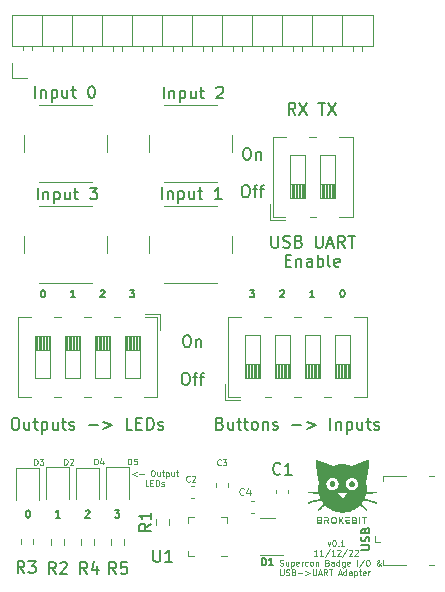
<source format=gbr>
%TF.GenerationSoftware,KiCad,Pcbnew,(6.0.9-0)*%
%TF.CreationDate,2022-11-13T08:04:19-06:00*%
%TF.ProjectId,ProgramingAddOn,50726f67-7261-46d6-996e-674164644f6e,rev?*%
%TF.SameCoordinates,Original*%
%TF.FileFunction,Legend,Top*%
%TF.FilePolarity,Positive*%
%FSLAX46Y46*%
G04 Gerber Fmt 4.6, Leading zero omitted, Abs format (unit mm)*
G04 Created by KiCad (PCBNEW (6.0.9-0)) date 2022-11-13 08:04:19*
%MOMM*%
%LPD*%
G01*
G04 APERTURE LIST*
%ADD10C,0.150000*%
%ADD11C,0.125000*%
%ADD12C,0.100000*%
%ADD13C,0.120000*%
G04 APERTURE END LIST*
D10*
X72182552Y-70544817D02*
X72553980Y-70544817D01*
X72353980Y-70773389D01*
X72439694Y-70773389D01*
X72496837Y-70801960D01*
X72525409Y-70830531D01*
X72553980Y-70887674D01*
X72553980Y-71030531D01*
X72525409Y-71087674D01*
X72496837Y-71116246D01*
X72439694Y-71144817D01*
X72268266Y-71144817D01*
X72211123Y-71116246D01*
X72182552Y-71087674D01*
X64165677Y-54266736D02*
X64165677Y-53266736D01*
X64641867Y-53600070D02*
X64641867Y-54266736D01*
X64641867Y-53695308D02*
X64689486Y-53647689D01*
X64784724Y-53600070D01*
X64927581Y-53600070D01*
X65022819Y-53647689D01*
X65070438Y-53742927D01*
X65070438Y-54266736D01*
X65546629Y-53600070D02*
X65546629Y-54600070D01*
X65546629Y-53647689D02*
X65641867Y-53600070D01*
X65832343Y-53600070D01*
X65927581Y-53647689D01*
X65975200Y-53695308D01*
X66022819Y-53790546D01*
X66022819Y-54076260D01*
X65975200Y-54171498D01*
X65927581Y-54219117D01*
X65832343Y-54266736D01*
X65641867Y-54266736D01*
X65546629Y-54219117D01*
X66879962Y-53600070D02*
X66879962Y-54266736D01*
X66451391Y-53600070D02*
X66451391Y-54123879D01*
X66499010Y-54219117D01*
X66594248Y-54266736D01*
X66737105Y-54266736D01*
X66832343Y-54219117D01*
X66879962Y-54171498D01*
X67213296Y-53600070D02*
X67594248Y-53600070D01*
X67356153Y-53266736D02*
X67356153Y-54123879D01*
X67403772Y-54219117D01*
X67499010Y-54266736D01*
X67594248Y-54266736D01*
X68879962Y-53266736D02*
X68975200Y-53266736D01*
X69070438Y-53314356D01*
X69118057Y-53361975D01*
X69165677Y-53457213D01*
X69213296Y-53647689D01*
X69213296Y-53885784D01*
X69165677Y-54076260D01*
X69118057Y-54171498D01*
X69070438Y-54219117D01*
X68975200Y-54266736D01*
X68879962Y-54266736D01*
X68784724Y-54219117D01*
X68737105Y-54171498D01*
X68689486Y-54076260D01*
X68641867Y-53885784D01*
X68641867Y-53647689D01*
X68689486Y-53457213D01*
X68737105Y-53361975D01*
X68784724Y-53314356D01*
X68879962Y-53266736D01*
X82353187Y-70531440D02*
X82724615Y-70531440D01*
X82524615Y-70760012D01*
X82610329Y-70760012D01*
X82667472Y-70788583D01*
X82696044Y-70817154D01*
X82724615Y-70874297D01*
X82724615Y-71017154D01*
X82696044Y-71074297D01*
X82667472Y-71102869D01*
X82610329Y-71131440D01*
X82438901Y-71131440D01*
X82381758Y-71102869D01*
X82353187Y-71074297D01*
X64377537Y-62873585D02*
X64377537Y-61873585D01*
X64853727Y-62206919D02*
X64853727Y-62873585D01*
X64853727Y-62302157D02*
X64901346Y-62254538D01*
X64996584Y-62206919D01*
X65139441Y-62206919D01*
X65234679Y-62254538D01*
X65282298Y-62349776D01*
X65282298Y-62873585D01*
X65758489Y-62206919D02*
X65758489Y-63206919D01*
X65758489Y-62254538D02*
X65853727Y-62206919D01*
X66044203Y-62206919D01*
X66139441Y-62254538D01*
X66187060Y-62302157D01*
X66234679Y-62397395D01*
X66234679Y-62683109D01*
X66187060Y-62778347D01*
X66139441Y-62825966D01*
X66044203Y-62873585D01*
X65853727Y-62873585D01*
X65758489Y-62825966D01*
X67091822Y-62206919D02*
X67091822Y-62873585D01*
X66663251Y-62206919D02*
X66663251Y-62730728D01*
X66710870Y-62825966D01*
X66806108Y-62873585D01*
X66948965Y-62873585D01*
X67044203Y-62825966D01*
X67091822Y-62778347D01*
X67425156Y-62206919D02*
X67806108Y-62206919D01*
X67568013Y-61873585D02*
X67568013Y-62730728D01*
X67615632Y-62825966D01*
X67710870Y-62873585D01*
X67806108Y-62873585D01*
X68806108Y-61873585D02*
X69425156Y-61873585D01*
X69091822Y-62254538D01*
X69234679Y-62254538D01*
X69329917Y-62302157D01*
X69377537Y-62349776D01*
X69425156Y-62445014D01*
X69425156Y-62683109D01*
X69377537Y-62778347D01*
X69329917Y-62825966D01*
X69234679Y-62873585D01*
X68948965Y-62873585D01*
X68853727Y-62825966D01*
X68806108Y-62778347D01*
X76922380Y-74382380D02*
X77112857Y-74382380D01*
X77208095Y-74430000D01*
X77303333Y-74525238D01*
X77350952Y-74715714D01*
X77350952Y-75049047D01*
X77303333Y-75239523D01*
X77208095Y-75334761D01*
X77112857Y-75382380D01*
X76922380Y-75382380D01*
X76827142Y-75334761D01*
X76731904Y-75239523D01*
X76684285Y-75049047D01*
X76684285Y-74715714D01*
X76731904Y-74525238D01*
X76827142Y-74430000D01*
X76922380Y-74382380D01*
X77779523Y-74715714D02*
X77779523Y-75382380D01*
X77779523Y-74810952D02*
X77827142Y-74763333D01*
X77922380Y-74715714D01*
X78065238Y-74715714D01*
X78160476Y-74763333D01*
X78208095Y-74858571D01*
X78208095Y-75382380D01*
X79812380Y-81843571D02*
X79955238Y-81891190D01*
X80002857Y-81938809D01*
X80050476Y-82034047D01*
X80050476Y-82176904D01*
X80002857Y-82272142D01*
X79955238Y-82319761D01*
X79859999Y-82367380D01*
X79479047Y-82367380D01*
X79479047Y-81367380D01*
X79812380Y-81367380D01*
X79907619Y-81415000D01*
X79955238Y-81462619D01*
X80002857Y-81557857D01*
X80002857Y-81653095D01*
X79955238Y-81748333D01*
X79907619Y-81795952D01*
X79812380Y-81843571D01*
X79479047Y-81843571D01*
X80907619Y-81700714D02*
X80907619Y-82367380D01*
X80479047Y-81700714D02*
X80479047Y-82224523D01*
X80526666Y-82319761D01*
X80621904Y-82367380D01*
X80764761Y-82367380D01*
X80859999Y-82319761D01*
X80907619Y-82272142D01*
X81240952Y-81700714D02*
X81621904Y-81700714D01*
X81383809Y-81367380D02*
X81383809Y-82224523D01*
X81431428Y-82319761D01*
X81526666Y-82367380D01*
X81621904Y-82367380D01*
X81812380Y-81700714D02*
X82193333Y-81700714D01*
X81955238Y-81367380D02*
X81955238Y-82224523D01*
X82002857Y-82319761D01*
X82098095Y-82367380D01*
X82193333Y-82367380D01*
X82669523Y-82367380D02*
X82574285Y-82319761D01*
X82526666Y-82272142D01*
X82479047Y-82176904D01*
X82479047Y-81891190D01*
X82526666Y-81795952D01*
X82574285Y-81748333D01*
X82669523Y-81700714D01*
X82812380Y-81700714D01*
X82907619Y-81748333D01*
X82955238Y-81795952D01*
X83002857Y-81891190D01*
X83002857Y-82176904D01*
X82955238Y-82272142D01*
X82907619Y-82319761D01*
X82812380Y-82367380D01*
X82669523Y-82367380D01*
X83431428Y-81700714D02*
X83431428Y-82367380D01*
X83431428Y-81795952D02*
X83479047Y-81748333D01*
X83574285Y-81700714D01*
X83717142Y-81700714D01*
X83812380Y-81748333D01*
X83859999Y-81843571D01*
X83859999Y-82367380D01*
X84288571Y-82319761D02*
X84383809Y-82367380D01*
X84574285Y-82367380D01*
X84669523Y-82319761D01*
X84717142Y-82224523D01*
X84717142Y-82176904D01*
X84669523Y-82081666D01*
X84574285Y-82034047D01*
X84431428Y-82034047D01*
X84336190Y-81986428D01*
X84288571Y-81891190D01*
X84288571Y-81843571D01*
X84336190Y-81748333D01*
X84431428Y-81700714D01*
X84574285Y-81700714D01*
X84669523Y-81748333D01*
X85907619Y-81986428D02*
X86669523Y-81986428D01*
X87145714Y-81700714D02*
X87907619Y-81986428D01*
X87145714Y-82272142D01*
X89145714Y-82367380D02*
X89145714Y-81367380D01*
X89621904Y-81700714D02*
X89621904Y-82367380D01*
X89621904Y-81795952D02*
X89669523Y-81748333D01*
X89764761Y-81700714D01*
X89907619Y-81700714D01*
X90002857Y-81748333D01*
X90050476Y-81843571D01*
X90050476Y-82367380D01*
X90526666Y-81700714D02*
X90526666Y-82700714D01*
X90526666Y-81748333D02*
X90621904Y-81700714D01*
X90812380Y-81700714D01*
X90907619Y-81748333D01*
X90955238Y-81795952D01*
X91002857Y-81891190D01*
X91002857Y-82176904D01*
X90955238Y-82272142D01*
X90907619Y-82319761D01*
X90812380Y-82367380D01*
X90621904Y-82367380D01*
X90526666Y-82319761D01*
X91859999Y-81700714D02*
X91859999Y-82367380D01*
X91431428Y-81700714D02*
X91431428Y-82224523D01*
X91479047Y-82319761D01*
X91574285Y-82367380D01*
X91717142Y-82367380D01*
X91812380Y-82319761D01*
X91859999Y-82272142D01*
X92193333Y-81700714D02*
X92574285Y-81700714D01*
X92336190Y-81367380D02*
X92336190Y-82224523D01*
X92383809Y-82319761D01*
X92479047Y-82367380D01*
X92574285Y-82367380D01*
X92859999Y-82319761D02*
X92955238Y-82367380D01*
X93145714Y-82367380D01*
X93240952Y-82319761D01*
X93288571Y-82224523D01*
X93288571Y-82176904D01*
X93240952Y-82081666D01*
X93145714Y-82034047D01*
X93002857Y-82034047D01*
X92907619Y-81986428D01*
X92859999Y-81891190D01*
X92859999Y-81843571D01*
X92907619Y-81748333D01*
X93002857Y-81700714D01*
X93145714Y-81700714D01*
X93240952Y-81748333D01*
X81883333Y-61682380D02*
X82073809Y-61682380D01*
X82169047Y-61730000D01*
X82264285Y-61825238D01*
X82311904Y-62015714D01*
X82311904Y-62349047D01*
X82264285Y-62539523D01*
X82169047Y-62634761D01*
X82073809Y-62682380D01*
X81883333Y-62682380D01*
X81788095Y-62634761D01*
X81692857Y-62539523D01*
X81645238Y-62349047D01*
X81645238Y-62015714D01*
X81692857Y-61825238D01*
X81788095Y-61730000D01*
X81883333Y-61682380D01*
X82597619Y-62015714D02*
X82978571Y-62015714D01*
X82740476Y-62682380D02*
X82740476Y-61825238D01*
X82788095Y-61730000D01*
X82883333Y-61682380D01*
X82978571Y-61682380D01*
X83169047Y-62015714D02*
X83550000Y-62015714D01*
X83311904Y-62682380D02*
X83311904Y-61825238D01*
X83359523Y-61730000D01*
X83454761Y-61682380D01*
X83550000Y-61682380D01*
X70920000Y-89206428D02*
X71291428Y-89206428D01*
X71091428Y-89435000D01*
X71177142Y-89435000D01*
X71234285Y-89463571D01*
X71262857Y-89492142D01*
X71291428Y-89549285D01*
X71291428Y-89692142D01*
X71262857Y-89749285D01*
X71234285Y-89777857D01*
X71177142Y-89806428D01*
X71005714Y-89806428D01*
X70948571Y-89777857D01*
X70920000Y-89749285D01*
D11*
X72734776Y-85983783D02*
X72353824Y-86126640D01*
X72734776Y-86269497D01*
X72972871Y-86126640D02*
X73353824Y-86126640D01*
X74068110Y-85817116D02*
X74163348Y-85817116D01*
X74210967Y-85840926D01*
X74258586Y-85888545D01*
X74282395Y-85983783D01*
X74282395Y-86150449D01*
X74258586Y-86245687D01*
X74210967Y-86293306D01*
X74163348Y-86317116D01*
X74068110Y-86317116D01*
X74020491Y-86293306D01*
X73972871Y-86245687D01*
X73949062Y-86150449D01*
X73949062Y-85983783D01*
X73972871Y-85888545D01*
X74020491Y-85840926D01*
X74068110Y-85817116D01*
X74710967Y-85983783D02*
X74710967Y-86317116D01*
X74496681Y-85983783D02*
X74496681Y-86245687D01*
X74520491Y-86293306D01*
X74568110Y-86317116D01*
X74639538Y-86317116D01*
X74687157Y-86293306D01*
X74710967Y-86269497D01*
X74877633Y-85983783D02*
X75068110Y-85983783D01*
X74949062Y-85817116D02*
X74949062Y-86245687D01*
X74972871Y-86293306D01*
X75020491Y-86317116D01*
X75068110Y-86317116D01*
X75234776Y-85983783D02*
X75234776Y-86483783D01*
X75234776Y-86007592D02*
X75282395Y-85983783D01*
X75377633Y-85983783D01*
X75425252Y-86007592D01*
X75449062Y-86031402D01*
X75472871Y-86079021D01*
X75472871Y-86221878D01*
X75449062Y-86269497D01*
X75425252Y-86293306D01*
X75377633Y-86317116D01*
X75282395Y-86317116D01*
X75234776Y-86293306D01*
X75901443Y-85983783D02*
X75901443Y-86317116D01*
X75687157Y-85983783D02*
X75687157Y-86245687D01*
X75710967Y-86293306D01*
X75758586Y-86317116D01*
X75830014Y-86317116D01*
X75877633Y-86293306D01*
X75901443Y-86269497D01*
X76068110Y-85983783D02*
X76258586Y-85983783D01*
X76139538Y-85817116D02*
X76139538Y-86245687D01*
X76163348Y-86293306D01*
X76210967Y-86317116D01*
X76258586Y-86317116D01*
X73746681Y-87122116D02*
X73508586Y-87122116D01*
X73508586Y-86622116D01*
X73913348Y-86860211D02*
X74080014Y-86860211D01*
X74151443Y-87122116D02*
X73913348Y-87122116D01*
X73913348Y-86622116D01*
X74151443Y-86622116D01*
X74365729Y-87122116D02*
X74365729Y-86622116D01*
X74484776Y-86622116D01*
X74556205Y-86645926D01*
X74603824Y-86693545D01*
X74627633Y-86741164D01*
X74651443Y-86836402D01*
X74651443Y-86907830D01*
X74627633Y-87003068D01*
X74603824Y-87050687D01*
X74556205Y-87098306D01*
X74484776Y-87122116D01*
X74365729Y-87122116D01*
X74841919Y-87098306D02*
X74889538Y-87122116D01*
X74984776Y-87122116D01*
X75032395Y-87098306D01*
X75056205Y-87050687D01*
X75056205Y-87026878D01*
X75032395Y-86979259D01*
X74984776Y-86955449D01*
X74913348Y-86955449D01*
X74865729Y-86931640D01*
X74841919Y-86884021D01*
X74841919Y-86860211D01*
X74865729Y-86812592D01*
X74913348Y-86788783D01*
X74984776Y-86788783D01*
X75032395Y-86812592D01*
D10*
X75023547Y-54319701D02*
X75023547Y-53319701D01*
X75499737Y-53653035D02*
X75499737Y-54319701D01*
X75499737Y-53748273D02*
X75547356Y-53700654D01*
X75642594Y-53653035D01*
X75785451Y-53653035D01*
X75880689Y-53700654D01*
X75928308Y-53795892D01*
X75928308Y-54319701D01*
X76404499Y-53653035D02*
X76404499Y-54653035D01*
X76404499Y-53700654D02*
X76499737Y-53653035D01*
X76690213Y-53653035D01*
X76785451Y-53700654D01*
X76833070Y-53748273D01*
X76880689Y-53843511D01*
X76880689Y-54129225D01*
X76833070Y-54224463D01*
X76785451Y-54272082D01*
X76690213Y-54319701D01*
X76499737Y-54319701D01*
X76404499Y-54272082D01*
X77737832Y-53653035D02*
X77737832Y-54319701D01*
X77309261Y-53653035D02*
X77309261Y-54176844D01*
X77356880Y-54272082D01*
X77452118Y-54319701D01*
X77594975Y-54319701D01*
X77690213Y-54272082D01*
X77737832Y-54224463D01*
X78071166Y-53653035D02*
X78452118Y-53653035D01*
X78214023Y-53319701D02*
X78214023Y-54176844D01*
X78261642Y-54272082D01*
X78356880Y-54319701D01*
X78452118Y-54319701D01*
X79499737Y-53414940D02*
X79547356Y-53367321D01*
X79642594Y-53319701D01*
X79880689Y-53319701D01*
X79975927Y-53367321D01*
X80023547Y-53414940D01*
X80071166Y-53510178D01*
X80071166Y-53605416D01*
X80023547Y-53748273D01*
X79452118Y-54319701D01*
X80071166Y-54319701D01*
X67489750Y-71144817D02*
X67146893Y-71144817D01*
X67318322Y-71144817D02*
X67318322Y-70544817D01*
X67261179Y-70630531D01*
X67204036Y-70687674D01*
X67146893Y-70716246D01*
X84153809Y-65957380D02*
X84153809Y-66766904D01*
X84201428Y-66862142D01*
X84249047Y-66909761D01*
X84344285Y-66957380D01*
X84534761Y-66957380D01*
X84630000Y-66909761D01*
X84677619Y-66862142D01*
X84725238Y-66766904D01*
X84725238Y-65957380D01*
X85153809Y-66909761D02*
X85296666Y-66957380D01*
X85534761Y-66957380D01*
X85630000Y-66909761D01*
X85677619Y-66862142D01*
X85725238Y-66766904D01*
X85725238Y-66671666D01*
X85677619Y-66576428D01*
X85630000Y-66528809D01*
X85534761Y-66481190D01*
X85344285Y-66433571D01*
X85249047Y-66385952D01*
X85201428Y-66338333D01*
X85153809Y-66243095D01*
X85153809Y-66147857D01*
X85201428Y-66052619D01*
X85249047Y-66005000D01*
X85344285Y-65957380D01*
X85582380Y-65957380D01*
X85725238Y-66005000D01*
X86487142Y-66433571D02*
X86630000Y-66481190D01*
X86677619Y-66528809D01*
X86725238Y-66624047D01*
X86725238Y-66766904D01*
X86677619Y-66862142D01*
X86630000Y-66909761D01*
X86534761Y-66957380D01*
X86153809Y-66957380D01*
X86153809Y-65957380D01*
X86487142Y-65957380D01*
X86582380Y-66005000D01*
X86630000Y-66052619D01*
X86677619Y-66147857D01*
X86677619Y-66243095D01*
X86630000Y-66338333D01*
X86582380Y-66385952D01*
X86487142Y-66433571D01*
X86153809Y-66433571D01*
X87915714Y-65957380D02*
X87915714Y-66766904D01*
X87963333Y-66862142D01*
X88010952Y-66909761D01*
X88106190Y-66957380D01*
X88296666Y-66957380D01*
X88391904Y-66909761D01*
X88439523Y-66862142D01*
X88487142Y-66766904D01*
X88487142Y-65957380D01*
X88915714Y-66671666D02*
X89391904Y-66671666D01*
X88820476Y-66957380D02*
X89153809Y-65957380D01*
X89487142Y-66957380D01*
X90391904Y-66957380D02*
X90058571Y-66481190D01*
X89820476Y-66957380D02*
X89820476Y-65957380D01*
X90201428Y-65957380D01*
X90296666Y-66005000D01*
X90344285Y-66052619D01*
X90391904Y-66147857D01*
X90391904Y-66290714D01*
X90344285Y-66385952D01*
X90296666Y-66433571D01*
X90201428Y-66481190D01*
X89820476Y-66481190D01*
X90677619Y-65957380D02*
X91249047Y-65957380D01*
X90963333Y-66957380D02*
X90963333Y-65957380D01*
X85368095Y-68043571D02*
X85701428Y-68043571D01*
X85844285Y-68567380D02*
X85368095Y-68567380D01*
X85368095Y-67567380D01*
X85844285Y-67567380D01*
X86272857Y-67900714D02*
X86272857Y-68567380D01*
X86272857Y-67995952D02*
X86320476Y-67948333D01*
X86415714Y-67900714D01*
X86558571Y-67900714D01*
X86653809Y-67948333D01*
X86701428Y-68043571D01*
X86701428Y-68567380D01*
X87606190Y-68567380D02*
X87606190Y-68043571D01*
X87558571Y-67948333D01*
X87463333Y-67900714D01*
X87272857Y-67900714D01*
X87177619Y-67948333D01*
X87606190Y-68519761D02*
X87510952Y-68567380D01*
X87272857Y-68567380D01*
X87177619Y-68519761D01*
X87130000Y-68424523D01*
X87130000Y-68329285D01*
X87177619Y-68234047D01*
X87272857Y-68186428D01*
X87510952Y-68186428D01*
X87606190Y-68138809D01*
X88082380Y-68567380D02*
X88082380Y-67567380D01*
X88082380Y-67948333D02*
X88177619Y-67900714D01*
X88368095Y-67900714D01*
X88463333Y-67948333D01*
X88510952Y-67995952D01*
X88558571Y-68091190D01*
X88558571Y-68376904D01*
X88510952Y-68472142D01*
X88463333Y-68519761D01*
X88368095Y-68567380D01*
X88177619Y-68567380D01*
X88082380Y-68519761D01*
X89130000Y-68567380D02*
X89034761Y-68519761D01*
X88987142Y-68424523D01*
X88987142Y-67567380D01*
X89891904Y-68519761D02*
X89796666Y-68567380D01*
X89606190Y-68567380D01*
X89510952Y-68519761D01*
X89463333Y-68424523D01*
X89463333Y-68043571D01*
X89510952Y-67948333D01*
X89606190Y-67900714D01*
X89796666Y-67900714D01*
X89891904Y-67948333D01*
X89939523Y-68043571D01*
X89939523Y-68138809D01*
X89463333Y-68234047D01*
D11*
X84875912Y-93861212D02*
X84947340Y-93885022D01*
X85066388Y-93885022D01*
X85114007Y-93861212D01*
X85137816Y-93837403D01*
X85161626Y-93789784D01*
X85161626Y-93742165D01*
X85137816Y-93694546D01*
X85114007Y-93670736D01*
X85066388Y-93646927D01*
X84971150Y-93623117D01*
X84923531Y-93599308D01*
X84899721Y-93575498D01*
X84875912Y-93527879D01*
X84875912Y-93480260D01*
X84899721Y-93432641D01*
X84923531Y-93408832D01*
X84971150Y-93385022D01*
X85090197Y-93385022D01*
X85161626Y-93408832D01*
X85590197Y-93551689D02*
X85590197Y-93885022D01*
X85375912Y-93551689D02*
X85375912Y-93813593D01*
X85399721Y-93861212D01*
X85447340Y-93885022D01*
X85518769Y-93885022D01*
X85566388Y-93861212D01*
X85590197Y-93837403D01*
X85828293Y-93551689D02*
X85828293Y-94051689D01*
X85828293Y-93575498D02*
X85875912Y-93551689D01*
X85971150Y-93551689D01*
X86018769Y-93575498D01*
X86042578Y-93599308D01*
X86066388Y-93646927D01*
X86066388Y-93789784D01*
X86042578Y-93837403D01*
X86018769Y-93861212D01*
X85971150Y-93885022D01*
X85875912Y-93885022D01*
X85828293Y-93861212D01*
X86471150Y-93861212D02*
X86423531Y-93885022D01*
X86328293Y-93885022D01*
X86280674Y-93861212D01*
X86256864Y-93813593D01*
X86256864Y-93623117D01*
X86280674Y-93575498D01*
X86328293Y-93551689D01*
X86423531Y-93551689D01*
X86471150Y-93575498D01*
X86494959Y-93623117D01*
X86494959Y-93670736D01*
X86256864Y-93718355D01*
X86709245Y-93885022D02*
X86709245Y-93551689D01*
X86709245Y-93646927D02*
X86733054Y-93599308D01*
X86756864Y-93575498D01*
X86804483Y-93551689D01*
X86852102Y-93551689D01*
X87233054Y-93861212D02*
X87185435Y-93885022D01*
X87090197Y-93885022D01*
X87042578Y-93861212D01*
X87018769Y-93837403D01*
X86994959Y-93789784D01*
X86994959Y-93646927D01*
X87018769Y-93599308D01*
X87042578Y-93575498D01*
X87090197Y-93551689D01*
X87185435Y-93551689D01*
X87233054Y-93575498D01*
X87518769Y-93885022D02*
X87471150Y-93861212D01*
X87447340Y-93837403D01*
X87423531Y-93789784D01*
X87423531Y-93646927D01*
X87447340Y-93599308D01*
X87471150Y-93575498D01*
X87518769Y-93551689D01*
X87590197Y-93551689D01*
X87637816Y-93575498D01*
X87661626Y-93599308D01*
X87685435Y-93646927D01*
X87685435Y-93789784D01*
X87661626Y-93837403D01*
X87637816Y-93861212D01*
X87590197Y-93885022D01*
X87518769Y-93885022D01*
X87899721Y-93551689D02*
X87899721Y-93885022D01*
X87899721Y-93599308D02*
X87923531Y-93575498D01*
X87971150Y-93551689D01*
X88042578Y-93551689D01*
X88090197Y-93575498D01*
X88114007Y-93623117D01*
X88114007Y-93885022D01*
X88899721Y-93623117D02*
X88971150Y-93646927D01*
X88994959Y-93670736D01*
X89018769Y-93718355D01*
X89018769Y-93789784D01*
X88994959Y-93837403D01*
X88971150Y-93861212D01*
X88923531Y-93885022D01*
X88733054Y-93885022D01*
X88733054Y-93385022D01*
X88899721Y-93385022D01*
X88947340Y-93408832D01*
X88971150Y-93432641D01*
X88994959Y-93480260D01*
X88994959Y-93527879D01*
X88971150Y-93575498D01*
X88947340Y-93599308D01*
X88899721Y-93623117D01*
X88733054Y-93623117D01*
X89447340Y-93885022D02*
X89447340Y-93623117D01*
X89423531Y-93575498D01*
X89375912Y-93551689D01*
X89280674Y-93551689D01*
X89233054Y-93575498D01*
X89447340Y-93861212D02*
X89399721Y-93885022D01*
X89280674Y-93885022D01*
X89233054Y-93861212D01*
X89209245Y-93813593D01*
X89209245Y-93765974D01*
X89233054Y-93718355D01*
X89280674Y-93694546D01*
X89399721Y-93694546D01*
X89447340Y-93670736D01*
X89899721Y-93885022D02*
X89899721Y-93385022D01*
X89899721Y-93861212D02*
X89852102Y-93885022D01*
X89756864Y-93885022D01*
X89709245Y-93861212D01*
X89685435Y-93837403D01*
X89661626Y-93789784D01*
X89661626Y-93646927D01*
X89685435Y-93599308D01*
X89709245Y-93575498D01*
X89756864Y-93551689D01*
X89852102Y-93551689D01*
X89899721Y-93575498D01*
X90352102Y-93551689D02*
X90352102Y-93956451D01*
X90328293Y-94004070D01*
X90304483Y-94027879D01*
X90256864Y-94051689D01*
X90185435Y-94051689D01*
X90137816Y-94027879D01*
X90352102Y-93861212D02*
X90304483Y-93885022D01*
X90209245Y-93885022D01*
X90161626Y-93861212D01*
X90137816Y-93837403D01*
X90114007Y-93789784D01*
X90114007Y-93646927D01*
X90137816Y-93599308D01*
X90161626Y-93575498D01*
X90209245Y-93551689D01*
X90304483Y-93551689D01*
X90352102Y-93575498D01*
X90780674Y-93861212D02*
X90733054Y-93885022D01*
X90637816Y-93885022D01*
X90590197Y-93861212D01*
X90566388Y-93813593D01*
X90566388Y-93623117D01*
X90590197Y-93575498D01*
X90637816Y-93551689D01*
X90733054Y-93551689D01*
X90780674Y-93575498D01*
X90804483Y-93623117D01*
X90804483Y-93670736D01*
X90566388Y-93718355D01*
X91399721Y-93885022D02*
X91399721Y-93385022D01*
X91994959Y-93361212D02*
X91566388Y-94004070D01*
X92256864Y-93385022D02*
X92352102Y-93385022D01*
X92399721Y-93408832D01*
X92447340Y-93456451D01*
X92471150Y-93551689D01*
X92471150Y-93718355D01*
X92447340Y-93813593D01*
X92399721Y-93861212D01*
X92352102Y-93885022D01*
X92256864Y-93885022D01*
X92209245Y-93861212D01*
X92161626Y-93813593D01*
X92137816Y-93718355D01*
X92137816Y-93551689D01*
X92161626Y-93456451D01*
X92209245Y-93408832D01*
X92256864Y-93385022D01*
X93471150Y-93885022D02*
X93447340Y-93885022D01*
X93399721Y-93861212D01*
X93328293Y-93789784D01*
X93209245Y-93646927D01*
X93161626Y-93575498D01*
X93137816Y-93504070D01*
X93137816Y-93456451D01*
X93161626Y-93408832D01*
X93209245Y-93385022D01*
X93233054Y-93385022D01*
X93280674Y-93408832D01*
X93304483Y-93456451D01*
X93304483Y-93480260D01*
X93280674Y-93527879D01*
X93256864Y-93551689D01*
X93114007Y-93646927D01*
X93090197Y-93670736D01*
X93066388Y-93718355D01*
X93066388Y-93789784D01*
X93090197Y-93837403D01*
X93114007Y-93861212D01*
X93161626Y-93885022D01*
X93233054Y-93885022D01*
X93280674Y-93861212D01*
X93304483Y-93837403D01*
X93375912Y-93742165D01*
X93399721Y-93670736D01*
X93399721Y-93623117D01*
X84899721Y-94190022D02*
X84899721Y-94594784D01*
X84923531Y-94642403D01*
X84947340Y-94666212D01*
X84994959Y-94690022D01*
X85090197Y-94690022D01*
X85137816Y-94666212D01*
X85161626Y-94642403D01*
X85185435Y-94594784D01*
X85185435Y-94190022D01*
X85399721Y-94666212D02*
X85471150Y-94690022D01*
X85590197Y-94690022D01*
X85637816Y-94666212D01*
X85661626Y-94642403D01*
X85685435Y-94594784D01*
X85685435Y-94547165D01*
X85661626Y-94499546D01*
X85637816Y-94475736D01*
X85590197Y-94451927D01*
X85494959Y-94428117D01*
X85447340Y-94404308D01*
X85423531Y-94380498D01*
X85399721Y-94332879D01*
X85399721Y-94285260D01*
X85423531Y-94237641D01*
X85447340Y-94213832D01*
X85494959Y-94190022D01*
X85614007Y-94190022D01*
X85685435Y-94213832D01*
X86066388Y-94428117D02*
X86137816Y-94451927D01*
X86161626Y-94475736D01*
X86185435Y-94523355D01*
X86185435Y-94594784D01*
X86161626Y-94642403D01*
X86137816Y-94666212D01*
X86090197Y-94690022D01*
X85899721Y-94690022D01*
X85899721Y-94190022D01*
X86066388Y-94190022D01*
X86114007Y-94213832D01*
X86137816Y-94237641D01*
X86161626Y-94285260D01*
X86161626Y-94332879D01*
X86137816Y-94380498D01*
X86114007Y-94404308D01*
X86066388Y-94428117D01*
X85899721Y-94428117D01*
X86399721Y-94499546D02*
X86780674Y-94499546D01*
X87018769Y-94356689D02*
X87399721Y-94499546D01*
X87018769Y-94642403D01*
X87637816Y-94190022D02*
X87637816Y-94594784D01*
X87661626Y-94642403D01*
X87685435Y-94666212D01*
X87733054Y-94690022D01*
X87828293Y-94690022D01*
X87875912Y-94666212D01*
X87899721Y-94642403D01*
X87923531Y-94594784D01*
X87923531Y-94190022D01*
X88137816Y-94547165D02*
X88375912Y-94547165D01*
X88090197Y-94690022D02*
X88256864Y-94190022D01*
X88423531Y-94690022D01*
X88875912Y-94690022D02*
X88709245Y-94451927D01*
X88590197Y-94690022D02*
X88590197Y-94190022D01*
X88780674Y-94190022D01*
X88828293Y-94213832D01*
X88852102Y-94237641D01*
X88875912Y-94285260D01*
X88875912Y-94356689D01*
X88852102Y-94404308D01*
X88828293Y-94428117D01*
X88780674Y-94451927D01*
X88590197Y-94451927D01*
X89018769Y-94190022D02*
X89304483Y-94190022D01*
X89161626Y-94690022D02*
X89161626Y-94190022D01*
X89828293Y-94547165D02*
X90066388Y-94547165D01*
X89780674Y-94690022D02*
X89947340Y-94190022D01*
X90114007Y-94690022D01*
X90494959Y-94690022D02*
X90494959Y-94190022D01*
X90494959Y-94666212D02*
X90447340Y-94690022D01*
X90352102Y-94690022D01*
X90304483Y-94666212D01*
X90280674Y-94642403D01*
X90256864Y-94594784D01*
X90256864Y-94451927D01*
X90280674Y-94404308D01*
X90304483Y-94380498D01*
X90352102Y-94356689D01*
X90447340Y-94356689D01*
X90494959Y-94380498D01*
X90947340Y-94690022D02*
X90947340Y-94428117D01*
X90923531Y-94380498D01*
X90875912Y-94356689D01*
X90780674Y-94356689D01*
X90733054Y-94380498D01*
X90947340Y-94666212D02*
X90899721Y-94690022D01*
X90780674Y-94690022D01*
X90733054Y-94666212D01*
X90709245Y-94618593D01*
X90709245Y-94570974D01*
X90733054Y-94523355D01*
X90780674Y-94499546D01*
X90899721Y-94499546D01*
X90947340Y-94475736D01*
X91185435Y-94356689D02*
X91185435Y-94856689D01*
X91185435Y-94380498D02*
X91233054Y-94356689D01*
X91328293Y-94356689D01*
X91375912Y-94380498D01*
X91399721Y-94404308D01*
X91423531Y-94451927D01*
X91423531Y-94594784D01*
X91399721Y-94642403D01*
X91375912Y-94666212D01*
X91328293Y-94690022D01*
X91233054Y-94690022D01*
X91185435Y-94666212D01*
X91566388Y-94356689D02*
X91756864Y-94356689D01*
X91637816Y-94190022D02*
X91637816Y-94618593D01*
X91661626Y-94666212D01*
X91709245Y-94690022D01*
X91756864Y-94690022D01*
X92114007Y-94666212D02*
X92066388Y-94690022D01*
X91971150Y-94690022D01*
X91923531Y-94666212D01*
X91899721Y-94618593D01*
X91899721Y-94428117D01*
X91923531Y-94380498D01*
X91971150Y-94356689D01*
X92066388Y-94356689D01*
X92114007Y-94380498D01*
X92137816Y-94428117D01*
X92137816Y-94475736D01*
X91899721Y-94523355D01*
X92352102Y-94690022D02*
X92352102Y-94356689D01*
X92352102Y-94451927D02*
X92375912Y-94404308D01*
X92399721Y-94380498D01*
X92447340Y-94356689D01*
X92494959Y-94356689D01*
D10*
X84922051Y-70588583D02*
X84950622Y-70560012D01*
X85007765Y-70531440D01*
X85150622Y-70531440D01*
X85207765Y-70560012D01*
X85236337Y-70588583D01*
X85264908Y-70645726D01*
X85264908Y-70702869D01*
X85236337Y-70788583D01*
X84893480Y-71131440D01*
X85264908Y-71131440D01*
X62389523Y-81367380D02*
X62580000Y-81367380D01*
X62675238Y-81415000D01*
X62770476Y-81510238D01*
X62818095Y-81700714D01*
X62818095Y-82034047D01*
X62770476Y-82224523D01*
X62675238Y-82319761D01*
X62580000Y-82367380D01*
X62389523Y-82367380D01*
X62294285Y-82319761D01*
X62199047Y-82224523D01*
X62151428Y-82034047D01*
X62151428Y-81700714D01*
X62199047Y-81510238D01*
X62294285Y-81415000D01*
X62389523Y-81367380D01*
X63675238Y-81700714D02*
X63675238Y-82367380D01*
X63246666Y-81700714D02*
X63246666Y-82224523D01*
X63294285Y-82319761D01*
X63389523Y-82367380D01*
X63532380Y-82367380D01*
X63627619Y-82319761D01*
X63675238Y-82272142D01*
X64008571Y-81700714D02*
X64389523Y-81700714D01*
X64151428Y-81367380D02*
X64151428Y-82224523D01*
X64199047Y-82319761D01*
X64294285Y-82367380D01*
X64389523Y-82367380D01*
X64722857Y-81700714D02*
X64722857Y-82700714D01*
X64722857Y-81748333D02*
X64818095Y-81700714D01*
X65008571Y-81700714D01*
X65103809Y-81748333D01*
X65151428Y-81795952D01*
X65199047Y-81891190D01*
X65199047Y-82176904D01*
X65151428Y-82272142D01*
X65103809Y-82319761D01*
X65008571Y-82367380D01*
X64818095Y-82367380D01*
X64722857Y-82319761D01*
X66056190Y-81700714D02*
X66056190Y-82367380D01*
X65627619Y-81700714D02*
X65627619Y-82224523D01*
X65675238Y-82319761D01*
X65770476Y-82367380D01*
X65913333Y-82367380D01*
X66008571Y-82319761D01*
X66056190Y-82272142D01*
X66389523Y-81700714D02*
X66770476Y-81700714D01*
X66532380Y-81367380D02*
X66532380Y-82224523D01*
X66580000Y-82319761D01*
X66675238Y-82367380D01*
X66770476Y-82367380D01*
X67056190Y-82319761D02*
X67151428Y-82367380D01*
X67341904Y-82367380D01*
X67437142Y-82319761D01*
X67484761Y-82224523D01*
X67484761Y-82176904D01*
X67437142Y-82081666D01*
X67341904Y-82034047D01*
X67199047Y-82034047D01*
X67103809Y-81986428D01*
X67056190Y-81891190D01*
X67056190Y-81843571D01*
X67103809Y-81748333D01*
X67199047Y-81700714D01*
X67341904Y-81700714D01*
X67437142Y-81748333D01*
X68675238Y-81986428D02*
X69437142Y-81986428D01*
X69913333Y-81700714D02*
X70675238Y-81986428D01*
X69913333Y-82272142D01*
X72389523Y-82367380D02*
X71913333Y-82367380D01*
X71913333Y-81367380D01*
X72722857Y-81843571D02*
X73056190Y-81843571D01*
X73199047Y-82367380D02*
X72722857Y-82367380D01*
X72722857Y-81367380D01*
X73199047Y-81367380D01*
X73627619Y-82367380D02*
X73627619Y-81367380D01*
X73865714Y-81367380D01*
X74008571Y-81415000D01*
X74103809Y-81510238D01*
X74151428Y-81605476D01*
X74199047Y-81795952D01*
X74199047Y-81938809D01*
X74151428Y-82129285D01*
X74103809Y-82224523D01*
X74008571Y-82319761D01*
X73865714Y-82367380D01*
X73627619Y-82367380D01*
X74580000Y-82319761D02*
X74675238Y-82367380D01*
X74865714Y-82367380D01*
X74960952Y-82319761D01*
X75008571Y-82224523D01*
X75008571Y-82176904D01*
X74960952Y-82081666D01*
X74865714Y-82034047D01*
X74722857Y-82034047D01*
X74627619Y-81986428D01*
X74580000Y-81891190D01*
X74580000Y-81843571D01*
X74627619Y-81748333D01*
X74722857Y-81700714D01*
X74865714Y-81700714D01*
X74960952Y-81748333D01*
D11*
X88913128Y-91892762D02*
X89032175Y-92226095D01*
X89151223Y-91892762D01*
X89436937Y-91726095D02*
X89484556Y-91726095D01*
X89532175Y-91749905D01*
X89555985Y-91773714D01*
X89579794Y-91821333D01*
X89603604Y-91916571D01*
X89603604Y-92035619D01*
X89579794Y-92130857D01*
X89555985Y-92178476D01*
X89532175Y-92202285D01*
X89484556Y-92226095D01*
X89436937Y-92226095D01*
X89389318Y-92202285D01*
X89365509Y-92178476D01*
X89341699Y-92130857D01*
X89317890Y-92035619D01*
X89317890Y-91916571D01*
X89341699Y-91821333D01*
X89365509Y-91773714D01*
X89389318Y-91749905D01*
X89436937Y-91726095D01*
X89817890Y-92178476D02*
X89841699Y-92202285D01*
X89817890Y-92226095D01*
X89794080Y-92202285D01*
X89817890Y-92178476D01*
X89817890Y-92226095D01*
X90317890Y-92226095D02*
X90032175Y-92226095D01*
X90175033Y-92226095D02*
X90175033Y-91726095D01*
X90127414Y-91797524D01*
X90079794Y-91845143D01*
X90032175Y-91868952D01*
X88055985Y-93031095D02*
X87770271Y-93031095D01*
X87913128Y-93031095D02*
X87913128Y-92531095D01*
X87865509Y-92602524D01*
X87817890Y-92650143D01*
X87770271Y-92673952D01*
X88532175Y-93031095D02*
X88246461Y-93031095D01*
X88389318Y-93031095D02*
X88389318Y-92531095D01*
X88341699Y-92602524D01*
X88294080Y-92650143D01*
X88246461Y-92673952D01*
X89103604Y-92507285D02*
X88675033Y-93150143D01*
X89532175Y-93031095D02*
X89246461Y-93031095D01*
X89389318Y-93031095D02*
X89389318Y-92531095D01*
X89341699Y-92602524D01*
X89294080Y-92650143D01*
X89246461Y-92673952D01*
X89722652Y-92578714D02*
X89746461Y-92554905D01*
X89794080Y-92531095D01*
X89913128Y-92531095D01*
X89960747Y-92554905D01*
X89984556Y-92578714D01*
X90008366Y-92626333D01*
X90008366Y-92673952D01*
X89984556Y-92745381D01*
X89698842Y-93031095D01*
X90008366Y-93031095D01*
X90579794Y-92507285D02*
X90151223Y-93150143D01*
X90722652Y-92578714D02*
X90746461Y-92554905D01*
X90794080Y-92531095D01*
X90913128Y-92531095D01*
X90960747Y-92554905D01*
X90984556Y-92578714D01*
X91008366Y-92626333D01*
X91008366Y-92673952D01*
X90984556Y-92745381D01*
X90698842Y-93031095D01*
X91008366Y-93031095D01*
X91198842Y-92578714D02*
X91222652Y-92554905D01*
X91270271Y-92531095D01*
X91389318Y-92531095D01*
X91436937Y-92554905D01*
X91460747Y-92578714D01*
X91484556Y-92626333D01*
X91484556Y-92673952D01*
X91460747Y-92745381D01*
X91175033Y-93031095D01*
X91484556Y-93031095D01*
D10*
X63520489Y-89206428D02*
X63577632Y-89206428D01*
X63634775Y-89235000D01*
X63663346Y-89263571D01*
X63691918Y-89320714D01*
X63720489Y-89435000D01*
X63720489Y-89577857D01*
X63691918Y-89692142D01*
X63663346Y-89749285D01*
X63634775Y-89777857D01*
X63577632Y-89806428D01*
X63520489Y-89806428D01*
X63463346Y-89777857D01*
X63434775Y-89749285D01*
X63406203Y-89692142D01*
X63377632Y-89577857D01*
X63377632Y-89435000D01*
X63406203Y-89320714D01*
X63434775Y-89263571D01*
X63463346Y-89235000D01*
X63520489Y-89206428D01*
X86193333Y-55697380D02*
X85860000Y-55221190D01*
X85621904Y-55697380D02*
X85621904Y-54697380D01*
X86002857Y-54697380D01*
X86098095Y-54745000D01*
X86145714Y-54792619D01*
X86193333Y-54887857D01*
X86193333Y-55030714D01*
X86145714Y-55125952D01*
X86098095Y-55173571D01*
X86002857Y-55221190D01*
X85621904Y-55221190D01*
X86526666Y-54697380D02*
X87193333Y-55697380D01*
X87193333Y-54697380D02*
X86526666Y-55697380D01*
X82002380Y-58507380D02*
X82192857Y-58507380D01*
X82288095Y-58555000D01*
X82383333Y-58650238D01*
X82430952Y-58840714D01*
X82430952Y-59174047D01*
X82383333Y-59364523D01*
X82288095Y-59459761D01*
X82192857Y-59507380D01*
X82002380Y-59507380D01*
X81907142Y-59459761D01*
X81811904Y-59364523D01*
X81764285Y-59174047D01*
X81764285Y-58840714D01*
X81811904Y-58650238D01*
X81907142Y-58555000D01*
X82002380Y-58507380D01*
X82859523Y-58840714D02*
X82859523Y-59507380D01*
X82859523Y-58935952D02*
X82907142Y-58888333D01*
X83002380Y-58840714D01*
X83145238Y-58840714D01*
X83240476Y-58888333D01*
X83288095Y-58983571D01*
X83288095Y-59507380D01*
X68424925Y-89263571D02*
X68453496Y-89235000D01*
X68510639Y-89206428D01*
X68653496Y-89206428D01*
X68710639Y-89235000D01*
X68739211Y-89263571D01*
X68767782Y-89320714D01*
X68767782Y-89377857D01*
X68739211Y-89463571D01*
X68396354Y-89806428D01*
X68767782Y-89806428D01*
X87789225Y-71131440D02*
X87446368Y-71131440D01*
X87617797Y-71131440D02*
X87617797Y-70531440D01*
X87560654Y-70617154D01*
X87503511Y-70674297D01*
X87446368Y-70702869D01*
X64783041Y-70544817D02*
X64840184Y-70544817D01*
X64897327Y-70573389D01*
X64925898Y-70601960D01*
X64954470Y-70659103D01*
X64983041Y-70773389D01*
X64983041Y-70916246D01*
X64954470Y-71030531D01*
X64925898Y-71087674D01*
X64897327Y-71116246D01*
X64840184Y-71144817D01*
X64783041Y-71144817D01*
X64725898Y-71116246D01*
X64697327Y-71087674D01*
X64668755Y-71030531D01*
X64640184Y-70916246D01*
X64640184Y-70773389D01*
X64668755Y-70659103D01*
X64697327Y-70601960D01*
X64725898Y-70573389D01*
X64783041Y-70544817D01*
X91756866Y-92529463D02*
X92323533Y-92529463D01*
X92390200Y-92496130D01*
X92423533Y-92462796D01*
X92456866Y-92396130D01*
X92456866Y-92262796D01*
X92423533Y-92196130D01*
X92390200Y-92162796D01*
X92323533Y-92129463D01*
X91756866Y-92129463D01*
X92423533Y-91829463D02*
X92456866Y-91729463D01*
X92456866Y-91562796D01*
X92423533Y-91496130D01*
X92390200Y-91462796D01*
X92323533Y-91429463D01*
X92256866Y-91429463D01*
X92190200Y-91462796D01*
X92156866Y-91496130D01*
X92123533Y-91562796D01*
X92090200Y-91696130D01*
X92056866Y-91762796D01*
X92023533Y-91796130D01*
X91956866Y-91829463D01*
X91890200Y-91829463D01*
X91823533Y-91796130D01*
X91790200Y-91762796D01*
X91756866Y-91696130D01*
X91756866Y-91529463D01*
X91790200Y-91429463D01*
X92090200Y-90896130D02*
X92123533Y-90796130D01*
X92156866Y-90762796D01*
X92223533Y-90729463D01*
X92323533Y-90729463D01*
X92390200Y-90762796D01*
X92423533Y-90796130D01*
X92456866Y-90862796D01*
X92456866Y-91129463D01*
X91756866Y-91129463D01*
X91756866Y-90896130D01*
X91790200Y-90829463D01*
X91823533Y-90796130D01*
X91890200Y-90762796D01*
X91956866Y-90762796D01*
X92023533Y-90796130D01*
X92056866Y-90829463D01*
X92090200Y-90896130D01*
X92090200Y-91129463D01*
X66227198Y-89806428D02*
X65884341Y-89806428D01*
X66055770Y-89806428D02*
X66055770Y-89206428D01*
X65998627Y-89292142D01*
X65941484Y-89349285D01*
X65884341Y-89377857D01*
X76803333Y-77557380D02*
X76993809Y-77557380D01*
X77089047Y-77605000D01*
X77184285Y-77700238D01*
X77231904Y-77890714D01*
X77231904Y-78224047D01*
X77184285Y-78414523D01*
X77089047Y-78509761D01*
X76993809Y-78557380D01*
X76803333Y-78557380D01*
X76708095Y-78509761D01*
X76612857Y-78414523D01*
X76565238Y-78224047D01*
X76565238Y-77890714D01*
X76612857Y-77700238D01*
X76708095Y-77605000D01*
X76803333Y-77557380D01*
X77517619Y-77890714D02*
X77898571Y-77890714D01*
X77660476Y-78557380D02*
X77660476Y-77700238D01*
X77708095Y-77605000D01*
X77803333Y-77557380D01*
X77898571Y-77557380D01*
X78089047Y-77890714D02*
X78470000Y-77890714D01*
X78231904Y-78557380D02*
X78231904Y-77700238D01*
X78279523Y-77605000D01*
X78374761Y-77557380D01*
X78470000Y-77557380D01*
X88138095Y-54697380D02*
X88709523Y-54697380D01*
X88423809Y-55697380D02*
X88423809Y-54697380D01*
X88947619Y-54697380D02*
X89614285Y-55697380D01*
X89614285Y-54697380D02*
X88947619Y-55697380D01*
X90145495Y-70531440D02*
X90202638Y-70531440D01*
X90259781Y-70560012D01*
X90288352Y-70588583D01*
X90316924Y-70645726D01*
X90345495Y-70760012D01*
X90345495Y-70902869D01*
X90316924Y-71017154D01*
X90288352Y-71074297D01*
X90259781Y-71102869D01*
X90202638Y-71131440D01*
X90145495Y-71131440D01*
X90088352Y-71102869D01*
X90059781Y-71074297D01*
X90031209Y-71017154D01*
X90002638Y-70902869D01*
X90002638Y-70760012D01*
X90031209Y-70645726D01*
X90059781Y-70588583D01*
X90088352Y-70560012D01*
X90145495Y-70531440D01*
X69687477Y-70601960D02*
X69716048Y-70573389D01*
X69773191Y-70544817D01*
X69916048Y-70544817D01*
X69973191Y-70573389D01*
X70001763Y-70601960D01*
X70030334Y-70659103D01*
X70030334Y-70716246D01*
X70001763Y-70801960D01*
X69658906Y-71144817D01*
X70030334Y-71144817D01*
X74891134Y-62847102D02*
X74891134Y-61847102D01*
X75367324Y-62180436D02*
X75367324Y-62847102D01*
X75367324Y-62275674D02*
X75414943Y-62228055D01*
X75510181Y-62180436D01*
X75653038Y-62180436D01*
X75748276Y-62228055D01*
X75795895Y-62323293D01*
X75795895Y-62847102D01*
X76272086Y-62180436D02*
X76272086Y-63180436D01*
X76272086Y-62228055D02*
X76367324Y-62180436D01*
X76557800Y-62180436D01*
X76653038Y-62228055D01*
X76700657Y-62275674D01*
X76748276Y-62370912D01*
X76748276Y-62656626D01*
X76700657Y-62751864D01*
X76653038Y-62799483D01*
X76557800Y-62847102D01*
X76367324Y-62847102D01*
X76272086Y-62799483D01*
X77605419Y-62180436D02*
X77605419Y-62847102D01*
X77176848Y-62180436D02*
X77176848Y-62704245D01*
X77224467Y-62799483D01*
X77319705Y-62847102D01*
X77462562Y-62847102D01*
X77557800Y-62799483D01*
X77605419Y-62751864D01*
X77938753Y-62180436D02*
X78319705Y-62180436D01*
X78081610Y-61847102D02*
X78081610Y-62704245D01*
X78129229Y-62799483D01*
X78224467Y-62847102D01*
X78319705Y-62847102D01*
X79938753Y-62847102D02*
X79367324Y-62847102D01*
X79653038Y-62847102D02*
X79653038Y-61847102D01*
X79557800Y-61989960D01*
X79462562Y-62085198D01*
X79367324Y-62132817D01*
D11*
%TO.C,C3*%
X79872223Y-85330574D02*
X79848414Y-85354383D01*
X79776985Y-85378193D01*
X79729366Y-85378193D01*
X79657937Y-85354383D01*
X79610318Y-85306764D01*
X79586509Y-85259145D01*
X79562699Y-85163907D01*
X79562699Y-85092479D01*
X79586509Y-84997241D01*
X79610318Y-84949622D01*
X79657937Y-84902003D01*
X79729366Y-84878193D01*
X79776985Y-84878193D01*
X79848414Y-84902003D01*
X79872223Y-84925812D01*
X80038890Y-84878193D02*
X80348414Y-84878193D01*
X80181747Y-85068669D01*
X80253176Y-85068669D01*
X80300795Y-85092479D01*
X80324604Y-85116288D01*
X80348414Y-85163907D01*
X80348414Y-85282955D01*
X80324604Y-85330574D01*
X80300795Y-85354383D01*
X80253176Y-85378193D01*
X80110318Y-85378193D01*
X80062699Y-85354383D01*
X80038890Y-85330574D01*
%TO.C,D2*%
X66616548Y-85330586D02*
X66616548Y-84830586D01*
X66735596Y-84830586D01*
X66807024Y-84854396D01*
X66854643Y-84902015D01*
X66878453Y-84949634D01*
X66902262Y-85044872D01*
X66902262Y-85116300D01*
X66878453Y-85211538D01*
X66854643Y-85259157D01*
X66807024Y-85306776D01*
X66735596Y-85330586D01*
X66616548Y-85330586D01*
X67092738Y-84878205D02*
X67116548Y-84854396D01*
X67164167Y-84830586D01*
X67283215Y-84830586D01*
X67330834Y-84854396D01*
X67354643Y-84878205D01*
X67378453Y-84925824D01*
X67378453Y-84973443D01*
X67354643Y-85044872D01*
X67068929Y-85330586D01*
X67378453Y-85330586D01*
D10*
%TO.C,R3*%
X63244529Y-94507033D02*
X62911196Y-94030843D01*
X62673100Y-94507033D02*
X62673100Y-93507033D01*
X63054053Y-93507033D01*
X63149291Y-93554653D01*
X63196910Y-93602272D01*
X63244529Y-93697510D01*
X63244529Y-93840367D01*
X63196910Y-93935605D01*
X63149291Y-93983224D01*
X63054053Y-94030843D01*
X62673100Y-94030843D01*
X63577862Y-93507033D02*
X64196910Y-93507033D01*
X63863576Y-93887986D01*
X64006434Y-93887986D01*
X64101672Y-93935605D01*
X64149291Y-93983224D01*
X64196910Y-94078462D01*
X64196910Y-94316557D01*
X64149291Y-94411795D01*
X64101672Y-94459414D01*
X64006434Y-94507033D01*
X63720719Y-94507033D01*
X63625481Y-94459414D01*
X63577862Y-94411795D01*
%TO.C,D1*%
X83353915Y-93844841D02*
X83353915Y-93244841D01*
X83496773Y-93244841D01*
X83582487Y-93273413D01*
X83639630Y-93330555D01*
X83668201Y-93387698D01*
X83696773Y-93501984D01*
X83696773Y-93587698D01*
X83668201Y-93701984D01*
X83639630Y-93759127D01*
X83582487Y-93816270D01*
X83496773Y-93844841D01*
X83353915Y-93844841D01*
X84268201Y-93844841D02*
X83925344Y-93844841D01*
X84096773Y-93844841D02*
X84096773Y-93244841D01*
X84039630Y-93330555D01*
X83982487Y-93387698D01*
X83925344Y-93416270D01*
%TO.C,R5*%
X71006655Y-94580702D02*
X70673322Y-94104512D01*
X70435226Y-94580702D02*
X70435226Y-93580702D01*
X70816179Y-93580702D01*
X70911417Y-93628322D01*
X70959036Y-93675941D01*
X71006655Y-93771179D01*
X71006655Y-93914036D01*
X70959036Y-94009274D01*
X70911417Y-94056893D01*
X70816179Y-94104512D01*
X70435226Y-94104512D01*
X71911417Y-93580702D02*
X71435226Y-93580702D01*
X71387607Y-94056893D01*
X71435226Y-94009274D01*
X71530464Y-93961655D01*
X71768560Y-93961655D01*
X71863798Y-94009274D01*
X71911417Y-94056893D01*
X71959036Y-94152131D01*
X71959036Y-94390226D01*
X71911417Y-94485464D01*
X71863798Y-94533083D01*
X71768560Y-94580702D01*
X71530464Y-94580702D01*
X71435226Y-94533083D01*
X71387607Y-94485464D01*
%TO.C,R4*%
X68550378Y-94570160D02*
X68217045Y-94093970D01*
X67978949Y-94570160D02*
X67978949Y-93570160D01*
X68359902Y-93570160D01*
X68455140Y-93617780D01*
X68502759Y-93665399D01*
X68550378Y-93760637D01*
X68550378Y-93903494D01*
X68502759Y-93998732D01*
X68455140Y-94046351D01*
X68359902Y-94093970D01*
X67978949Y-94093970D01*
X69407521Y-93903494D02*
X69407521Y-94570160D01*
X69169425Y-93522541D02*
X68931330Y-94236827D01*
X69550378Y-94236827D01*
%TO.C,C1*%
X84923333Y-86082142D02*
X84875714Y-86129761D01*
X84732857Y-86177380D01*
X84637619Y-86177380D01*
X84494761Y-86129761D01*
X84399523Y-86034523D01*
X84351904Y-85939285D01*
X84304285Y-85748809D01*
X84304285Y-85605952D01*
X84351904Y-85415476D01*
X84399523Y-85320238D01*
X84494761Y-85225000D01*
X84637619Y-85177380D01*
X84732857Y-85177380D01*
X84875714Y-85225000D01*
X84923333Y-85272619D01*
X85875714Y-86177380D02*
X85304285Y-86177380D01*
X85590000Y-86177380D02*
X85590000Y-85177380D01*
X85494761Y-85320238D01*
X85399523Y-85415476D01*
X85304285Y-85463095D01*
D12*
%TO.C,C4*%
X81815000Y-87844285D02*
X81786428Y-87872857D01*
X81700714Y-87901428D01*
X81643571Y-87901428D01*
X81557857Y-87872857D01*
X81500714Y-87815714D01*
X81472142Y-87758571D01*
X81443571Y-87644285D01*
X81443571Y-87558571D01*
X81472142Y-87444285D01*
X81500714Y-87387142D01*
X81557857Y-87330000D01*
X81643571Y-87301428D01*
X81700714Y-87301428D01*
X81786428Y-87330000D01*
X81815000Y-87358571D01*
X82329285Y-87501428D02*
X82329285Y-87901428D01*
X82186428Y-87272857D02*
X82043571Y-87701428D01*
X82415000Y-87701428D01*
D11*
%TO.C,D5*%
X72020952Y-85316190D02*
X72020952Y-84816190D01*
X72140000Y-84816190D01*
X72211428Y-84840000D01*
X72259047Y-84887619D01*
X72282857Y-84935238D01*
X72306666Y-85030476D01*
X72306666Y-85101904D01*
X72282857Y-85197142D01*
X72259047Y-85244761D01*
X72211428Y-85292380D01*
X72140000Y-85316190D01*
X72020952Y-85316190D01*
X72759047Y-84816190D02*
X72520952Y-84816190D01*
X72497142Y-85054285D01*
X72520952Y-85030476D01*
X72568571Y-85006666D01*
X72687619Y-85006666D01*
X72735238Y-85030476D01*
X72759047Y-85054285D01*
X72782857Y-85101904D01*
X72782857Y-85220952D01*
X72759047Y-85268571D01*
X72735238Y-85292380D01*
X72687619Y-85316190D01*
X72568571Y-85316190D01*
X72520952Y-85292380D01*
X72497142Y-85268571D01*
D10*
%TO.C,U1*%
X74168095Y-92552380D02*
X74168095Y-93361904D01*
X74215714Y-93457142D01*
X74263333Y-93504761D01*
X74358571Y-93552380D01*
X74549047Y-93552380D01*
X74644285Y-93504761D01*
X74691904Y-93457142D01*
X74739523Y-93361904D01*
X74739523Y-92552380D01*
X75739523Y-93552380D02*
X75168095Y-93552380D01*
X75453809Y-93552380D02*
X75453809Y-92552380D01*
X75358571Y-92695238D01*
X75263333Y-92790476D01*
X75168095Y-92838095D01*
%TO.C,R2*%
X65893192Y-94570160D02*
X65559859Y-94093970D01*
X65321763Y-94570160D02*
X65321763Y-93570160D01*
X65702716Y-93570160D01*
X65797954Y-93617780D01*
X65845573Y-93665399D01*
X65893192Y-93760637D01*
X65893192Y-93903494D01*
X65845573Y-93998732D01*
X65797954Y-94046351D01*
X65702716Y-94093970D01*
X65321763Y-94093970D01*
X66274144Y-93665399D02*
X66321763Y-93617780D01*
X66417001Y-93570160D01*
X66655097Y-93570160D01*
X66750335Y-93617780D01*
X66797954Y-93665399D01*
X66845573Y-93760637D01*
X66845573Y-93855875D01*
X66797954Y-93998732D01*
X66226525Y-94570160D01*
X66845573Y-94570160D01*
D11*
%TO.C,D4*%
X69170952Y-85316190D02*
X69170952Y-84816190D01*
X69290000Y-84816190D01*
X69361428Y-84840000D01*
X69409047Y-84887619D01*
X69432857Y-84935238D01*
X69456666Y-85030476D01*
X69456666Y-85101904D01*
X69432857Y-85197142D01*
X69409047Y-85244761D01*
X69361428Y-85292380D01*
X69290000Y-85316190D01*
X69170952Y-85316190D01*
X69885238Y-84982857D02*
X69885238Y-85316190D01*
X69766190Y-84792380D02*
X69647142Y-85149523D01*
X69956666Y-85149523D01*
D10*
%TO.C,R1*%
X73952380Y-90336666D02*
X73476190Y-90670000D01*
X73952380Y-90908095D02*
X72952380Y-90908095D01*
X72952380Y-90527142D01*
X73000000Y-90431904D01*
X73047619Y-90384285D01*
X73142857Y-90336666D01*
X73285714Y-90336666D01*
X73380952Y-90384285D01*
X73428571Y-90431904D01*
X73476190Y-90527142D01*
X73476190Y-90908095D01*
X73952380Y-89384285D02*
X73952380Y-89955714D01*
X73952380Y-89670000D02*
X72952380Y-89670000D01*
X73095238Y-89765238D01*
X73190476Y-89860476D01*
X73238095Y-89955714D01*
D11*
%TO.C,C2*%
X77246086Y-86716472D02*
X77222277Y-86740281D01*
X77150848Y-86764091D01*
X77103229Y-86764091D01*
X77031800Y-86740281D01*
X76984181Y-86692662D01*
X76960372Y-86645043D01*
X76936562Y-86549805D01*
X76936562Y-86478377D01*
X76960372Y-86383139D01*
X76984181Y-86335520D01*
X77031800Y-86287901D01*
X77103229Y-86264091D01*
X77150848Y-86264091D01*
X77222277Y-86287901D01*
X77246086Y-86311710D01*
X77436562Y-86311710D02*
X77460372Y-86287901D01*
X77507991Y-86264091D01*
X77627039Y-86264091D01*
X77674658Y-86287901D01*
X77698467Y-86311710D01*
X77722277Y-86359329D01*
X77722277Y-86406948D01*
X77698467Y-86478377D01*
X77412753Y-86764091D01*
X77722277Y-86764091D01*
%TO.C,D3*%
X64076555Y-85352197D02*
X64076555Y-84852197D01*
X64195603Y-84852197D01*
X64267031Y-84876007D01*
X64314650Y-84923626D01*
X64338460Y-84971245D01*
X64362269Y-85066483D01*
X64362269Y-85137911D01*
X64338460Y-85233149D01*
X64314650Y-85280768D01*
X64267031Y-85328387D01*
X64195603Y-85352197D01*
X64076555Y-85352197D01*
X64528936Y-84852197D02*
X64838460Y-84852197D01*
X64671793Y-85042673D01*
X64743222Y-85042673D01*
X64790841Y-85066483D01*
X64814650Y-85090292D01*
X64838460Y-85137911D01*
X64838460Y-85256959D01*
X64814650Y-85304578D01*
X64790841Y-85328387D01*
X64743222Y-85352197D01*
X64600364Y-85352197D01*
X64552745Y-85328387D01*
X64528936Y-85304578D01*
D13*
%TO.C,SW2*%
X75050000Y-61380000D02*
X79550000Y-61380000D01*
X79550000Y-54880000D02*
X75050000Y-54880000D01*
X73800000Y-57380000D02*
X73800000Y-58880000D01*
X80800000Y-58880000D02*
X80800000Y-57380000D01*
%TO.C,C3*%
X79445557Y-87197583D02*
X79445557Y-86916423D01*
X80465557Y-87197583D02*
X80465557Y-86916423D01*
%TO.C,D2*%
X67000000Y-85565000D02*
X65080000Y-85565000D01*
X65080000Y-85565000D02*
X65080000Y-88250000D01*
X67000000Y-88250000D02*
X67000000Y-85565000D01*
%TO.C,R3*%
X64008103Y-92059131D02*
X64008103Y-91584615D01*
X62963103Y-92059131D02*
X62963103Y-91584615D01*
%TO.C,G\u002A\u002A\u002A*%
G36*
X89167180Y-86793700D02*
G01*
X89198259Y-86769607D01*
X89234373Y-86750000D01*
X89272299Y-86737915D01*
X89314178Y-86732723D01*
X89325286Y-86732431D01*
X89372265Y-86736185D01*
X89416054Y-86748063D01*
X89455926Y-86767622D01*
X89491156Y-86794416D01*
X89521017Y-86828000D01*
X89544105Y-86866517D01*
X89560212Y-86909396D01*
X89567865Y-86952811D01*
X89567500Y-86995824D01*
X89559552Y-87037496D01*
X89544457Y-87076889D01*
X89522651Y-87113063D01*
X89494568Y-87145080D01*
X89460644Y-87172001D01*
X89421314Y-87192887D01*
X89387442Y-87204313D01*
X89359432Y-87209024D01*
X89327102Y-87210430D01*
X89294490Y-87208585D01*
X89265635Y-87203545D01*
X89262214Y-87202613D01*
X89220402Y-87186394D01*
X89183079Y-87162789D01*
X89158655Y-87141191D01*
X89129689Y-87106353D01*
X89108461Y-87068135D01*
X89094860Y-87027581D01*
X89088774Y-86985736D01*
X89090093Y-86943644D01*
X89098704Y-86902351D01*
X89114496Y-86862899D01*
X89118691Y-86856189D01*
X89211631Y-86856189D01*
X89213768Y-86876117D01*
X89222228Y-86894003D01*
X89235680Y-86908557D01*
X89252792Y-86918491D01*
X89272232Y-86922516D01*
X89292668Y-86919342D01*
X89300333Y-86916025D01*
X89318248Y-86902182D01*
X89330715Y-86883193D01*
X89334651Y-86870575D01*
X89334023Y-86853264D01*
X89327427Y-86834641D01*
X89316513Y-86818206D01*
X89305539Y-86808839D01*
X89285162Y-86801606D01*
X89263576Y-86801872D01*
X89243131Y-86808929D01*
X89226174Y-86822068D01*
X89217149Y-86835507D01*
X89211631Y-86856189D01*
X89118691Y-86856189D01*
X89137358Y-86826334D01*
X89167180Y-86793700D01*
G37*
G36*
X89226197Y-90013404D02*
G01*
X89226310Y-89980979D01*
X89226575Y-89955421D01*
X89227054Y-89935658D01*
X89227809Y-89920619D01*
X89228902Y-89909232D01*
X89230395Y-89900425D01*
X89232350Y-89893127D01*
X89234830Y-89886266D01*
X89236060Y-89883214D01*
X89249858Y-89854610D01*
X89265014Y-89833550D01*
X89280796Y-89819747D01*
X89292369Y-89812330D01*
X89303730Y-89806544D01*
X89316228Y-89802161D01*
X89331211Y-89798955D01*
X89350025Y-89796696D01*
X89374019Y-89795157D01*
X89404539Y-89794110D01*
X89436308Y-89793442D01*
X89482283Y-89792997D01*
X89520299Y-89793516D01*
X89551366Y-89795091D01*
X89576492Y-89797816D01*
X89596687Y-89801784D01*
X89612960Y-89807088D01*
X89620262Y-89810433D01*
X89642932Y-89826784D01*
X89662199Y-89850359D01*
X89676923Y-89879660D01*
X89680247Y-89889226D01*
X89683102Y-89898781D01*
X89685354Y-89908024D01*
X89687074Y-89918147D01*
X89688333Y-89930344D01*
X89689201Y-89945807D01*
X89689751Y-89965729D01*
X89690054Y-89991303D01*
X89690180Y-90023723D01*
X89690202Y-90056020D01*
X89690127Y-90096457D01*
X89689867Y-90129001D01*
X89689370Y-90154770D01*
X89688585Y-90174880D01*
X89687459Y-90190448D01*
X89685942Y-90202591D01*
X89683981Y-90212425D01*
X89682746Y-90217080D01*
X89669909Y-90250918D01*
X89652750Y-90277220D01*
X89630620Y-90296675D01*
X89602872Y-90309972D01*
X89592693Y-90313042D01*
X89579752Y-90315160D01*
X89559503Y-90316862D01*
X89533604Y-90318145D01*
X89503708Y-90319008D01*
X89471471Y-90319449D01*
X89438549Y-90319463D01*
X89406596Y-90319050D01*
X89377269Y-90318207D01*
X89352222Y-90316932D01*
X89333110Y-90315222D01*
X89322760Y-90313422D01*
X89292030Y-90301304D01*
X89267406Y-90282925D01*
X89248378Y-90257782D01*
X89234919Y-90226869D01*
X89232485Y-90218762D01*
X89230545Y-90210185D01*
X89229045Y-90200045D01*
X89227928Y-90187250D01*
X89227141Y-90170706D01*
X89226627Y-90149320D01*
X89226331Y-90122000D01*
X89226198Y-90087652D01*
X89226180Y-90063361D01*
X89317886Y-90063361D01*
X89318141Y-90095326D01*
X89318828Y-90125489D01*
X89319949Y-90152315D01*
X89321505Y-90174267D01*
X89323497Y-90189809D01*
X89325117Y-90195971D01*
X89329298Y-90204565D01*
X89334529Y-90211269D01*
X89341887Y-90216299D01*
X89352450Y-90219872D01*
X89367297Y-90222204D01*
X89387506Y-90223513D01*
X89414156Y-90224015D01*
X89448324Y-90223926D01*
X89463465Y-90223783D01*
X89496350Y-90223412D01*
X89521441Y-90222996D01*
X89539957Y-90222408D01*
X89553115Y-90221521D01*
X89562132Y-90220209D01*
X89568225Y-90218346D01*
X89572612Y-90215803D01*
X89576509Y-90212456D01*
X89577034Y-90211964D01*
X89583235Y-90204855D01*
X89588145Y-90195811D01*
X89591882Y-90183830D01*
X89594565Y-90167909D01*
X89596313Y-90147048D01*
X89597243Y-90120243D01*
X89597476Y-90086493D01*
X89597128Y-90044796D01*
X89597098Y-90042505D01*
X89596541Y-90000813D01*
X89595539Y-89967256D01*
X89593248Y-89940966D01*
X89588827Y-89921076D01*
X89581432Y-89906717D01*
X89570221Y-89897024D01*
X89554352Y-89891128D01*
X89532981Y-89888162D01*
X89505267Y-89887259D01*
X89470366Y-89887552D01*
X89446925Y-89887921D01*
X89412662Y-89888526D01*
X89386232Y-89889398D01*
X89366460Y-89890844D01*
X89352168Y-89893173D01*
X89342181Y-89896693D01*
X89335321Y-89901711D01*
X89330411Y-89908536D01*
X89326277Y-89917475D01*
X89325360Y-89919742D01*
X89323049Y-89930264D01*
X89321163Y-89948200D01*
X89319702Y-89972014D01*
X89318668Y-90000169D01*
X89318062Y-90031130D01*
X89317886Y-90063361D01*
X89226180Y-90063361D01*
X89226173Y-90053767D01*
X89226197Y-90013404D01*
G37*
G36*
X90683112Y-90008792D02*
G01*
X90722878Y-90009032D01*
X90754826Y-90009454D01*
X90779549Y-90010074D01*
X90797644Y-90010912D01*
X90809705Y-90011984D01*
X90816327Y-90013307D01*
X90817840Y-90014122D01*
X90820775Y-90021689D01*
X90822656Y-90036422D01*
X90823246Y-90054413D01*
X90823331Y-90067201D01*
X90823012Y-90077547D01*
X90821429Y-90085709D01*
X90817720Y-90091944D01*
X90811025Y-90096511D01*
X90800483Y-90099667D01*
X90785234Y-90101671D01*
X90764416Y-90102781D01*
X90737170Y-90103255D01*
X90702633Y-90103350D01*
X90660058Y-90103324D01*
X90516896Y-90103324D01*
X90517151Y-90129229D01*
X90519750Y-90157748D01*
X90527079Y-90179144D01*
X90539386Y-90194110D01*
X90540870Y-90195258D01*
X90544923Y-90197974D01*
X90549639Y-90200131D01*
X90556071Y-90201807D01*
X90565275Y-90203082D01*
X90578304Y-90204036D01*
X90596213Y-90204746D01*
X90620057Y-90205293D01*
X90650890Y-90205756D01*
X90686194Y-90206173D01*
X90724249Y-90206622D01*
X90754289Y-90207071D01*
X90777307Y-90207596D01*
X90794297Y-90208275D01*
X90806253Y-90209184D01*
X90814170Y-90210400D01*
X90819042Y-90212001D01*
X90821862Y-90214062D01*
X90823624Y-90216660D01*
X90823697Y-90216795D01*
X90826232Y-90226370D01*
X90827484Y-90241462D01*
X90827576Y-90259656D01*
X90826629Y-90278538D01*
X90824764Y-90295690D01*
X90822103Y-90308699D01*
X90818769Y-90315148D01*
X90818741Y-90315166D01*
X90812528Y-90316290D01*
X90798681Y-90317215D01*
X90778574Y-90317942D01*
X90753580Y-90318473D01*
X90725075Y-90318807D01*
X90694430Y-90318946D01*
X90663022Y-90318890D01*
X90632223Y-90318641D01*
X90603407Y-90318199D01*
X90577948Y-90317565D01*
X90557221Y-90316740D01*
X90542599Y-90315725D01*
X90537169Y-90314993D01*
X90505748Y-90305810D01*
X90480204Y-90291581D01*
X90460034Y-90271644D01*
X90444737Y-90245342D01*
X90433811Y-90212015D01*
X90426753Y-90171002D01*
X90426602Y-90169701D01*
X90424623Y-90143235D01*
X90424001Y-90113240D01*
X90424838Y-90085108D01*
X90424973Y-90083068D01*
X90426574Y-90062310D01*
X90428349Y-90048328D01*
X90430962Y-90038897D01*
X90435074Y-90031797D01*
X90441349Y-90024804D01*
X90442770Y-90023375D01*
X90457428Y-90008716D01*
X90634931Y-90008716D01*
X90683112Y-90008792D01*
G37*
G36*
X88016789Y-90187539D02*
G01*
X88016600Y-90150426D01*
X88016543Y-90105805D01*
X88016542Y-90053748D01*
X88016542Y-89827609D01*
X88031455Y-89812696D01*
X88048604Y-89800058D01*
X88066370Y-89794787D01*
X88075686Y-89794105D01*
X88092766Y-89793570D01*
X88116362Y-89793193D01*
X88145227Y-89792984D01*
X88178116Y-89792956D01*
X88213782Y-89793118D01*
X88235041Y-89793302D01*
X88278282Y-89793785D01*
X88313504Y-89794364D01*
X88341700Y-89795191D01*
X88363862Y-89796415D01*
X88380980Y-89798185D01*
X88394048Y-89800651D01*
X88404056Y-89803962D01*
X88411997Y-89808269D01*
X88418863Y-89813721D01*
X88425645Y-89820467D01*
X88427397Y-89822324D01*
X88439156Y-89837564D01*
X88447501Y-89855426D01*
X88453002Y-89877775D01*
X88456232Y-89906475D01*
X88456949Y-89918729D01*
X88457271Y-89957189D01*
X88454020Y-89988519D01*
X88446984Y-90013951D01*
X88437267Y-90032773D01*
X88430538Y-90043781D01*
X88428662Y-90050481D01*
X88431114Y-90055792D01*
X88432763Y-90057716D01*
X88444945Y-90076883D01*
X88453891Y-90103095D01*
X88459359Y-90134899D01*
X88461108Y-90170843D01*
X88458897Y-90209473D01*
X88458528Y-90212757D01*
X88452854Y-90245577D01*
X88444027Y-90270947D01*
X88431393Y-90290075D01*
X88414301Y-90304168D01*
X88406923Y-90308245D01*
X88384194Y-90319571D01*
X88219515Y-90319451D01*
X88175927Y-90319380D01*
X88140446Y-90319209D01*
X88112166Y-90318902D01*
X88090184Y-90318420D01*
X88073596Y-90317725D01*
X88061496Y-90316777D01*
X88052982Y-90315540D01*
X88047149Y-90313975D01*
X88043093Y-90312044D01*
X88042999Y-90311986D01*
X88037227Y-90308383D01*
X88032361Y-90304832D01*
X88028325Y-90300576D01*
X88025041Y-90294858D01*
X88022431Y-90286924D01*
X88020418Y-90276017D01*
X88018925Y-90261381D01*
X88017874Y-90242260D01*
X88017387Y-90224963D01*
X88111150Y-90224963D01*
X88229675Y-90224963D01*
X88267106Y-90224874D01*
X88296510Y-90224575D01*
X88318865Y-90224017D01*
X88335151Y-90223150D01*
X88346351Y-90221925D01*
X88353442Y-90220292D01*
X88356945Y-90218568D01*
X88361004Y-90214551D01*
X88363588Y-90208421D01*
X88365015Y-90198304D01*
X88365604Y-90182325D01*
X88365690Y-90167232D01*
X88365607Y-90145747D01*
X88364593Y-90129710D01*
X88361499Y-90118326D01*
X88355175Y-90110799D01*
X88344474Y-90106331D01*
X88328247Y-90104127D01*
X88305345Y-90103390D01*
X88274619Y-90103324D01*
X88273498Y-90103324D01*
X88243211Y-90103121D01*
X88220804Y-90102456D01*
X88205155Y-90101246D01*
X88195142Y-90099408D01*
X88189973Y-90097111D01*
X88184279Y-90088372D01*
X88180501Y-90073778D01*
X88178835Y-90056321D01*
X88179482Y-90038989D01*
X88182638Y-90024775D01*
X88184873Y-90020280D01*
X88187726Y-90016324D01*
X88191229Y-90013427D01*
X88196740Y-90011393D01*
X88205620Y-90010026D01*
X88219227Y-90009130D01*
X88238920Y-90008509D01*
X88266060Y-90007968D01*
X88270846Y-90007881D01*
X88302343Y-90007288D01*
X88325966Y-90006317D01*
X88342848Y-90004247D01*
X88354118Y-90000355D01*
X88360907Y-89993920D01*
X88364346Y-89984220D01*
X88365565Y-89970534D01*
X88365695Y-89952141D01*
X88365690Y-89947351D01*
X88365745Y-89930361D01*
X88365286Y-89916899D01*
X88363375Y-89906556D01*
X88359076Y-89898922D01*
X88351452Y-89893587D01*
X88339567Y-89890142D01*
X88322484Y-89888178D01*
X88299265Y-89887286D01*
X88268975Y-89887055D01*
X88230676Y-89887077D01*
X88111150Y-89887077D01*
X88111150Y-90224963D01*
X88017387Y-90224963D01*
X88017188Y-90217898D01*
X88016789Y-90187539D01*
G37*
G36*
X89883218Y-89791887D02*
G01*
X89892593Y-89792344D01*
X89899074Y-89792469D01*
X89913008Y-89792479D01*
X89923778Y-89793193D01*
X89931791Y-89795637D01*
X89937452Y-89800838D01*
X89941170Y-89809822D01*
X89943351Y-89823617D01*
X89944403Y-89843248D01*
X89944731Y-89869742D01*
X89944743Y-89904126D01*
X89944743Y-90008716D01*
X89975153Y-90008609D01*
X90006928Y-90006897D01*
X90030322Y-90002019D01*
X90045308Y-89993983D01*
X90048369Y-89990685D01*
X90052657Y-89984038D01*
X90060593Y-89970824D01*
X90071422Y-89952337D01*
X90084389Y-89929869D01*
X90098738Y-89904714D01*
X90104420Y-89894680D01*
X90119053Y-89868963D01*
X90132567Y-89845562D01*
X90144214Y-89825740D01*
X90153249Y-89810761D01*
X90158927Y-89801889D01*
X90160074Y-89800353D01*
X90165221Y-89796386D01*
X90173573Y-89793971D01*
X90187091Y-89792777D01*
X90206581Y-89792469D01*
X90226278Y-89792745D01*
X90238826Y-89793794D01*
X90246074Y-89795950D01*
X90249875Y-89799547D01*
X90250325Y-89800353D01*
X90252723Y-89810296D01*
X90252169Y-89814995D01*
X90249500Y-89820332D01*
X90243037Y-89832236D01*
X90233483Y-89849468D01*
X90221543Y-89870788D01*
X90207921Y-89894956D01*
X90193322Y-89920733D01*
X90178448Y-89946878D01*
X90164006Y-89972153D01*
X90150698Y-89995318D01*
X90139229Y-90015132D01*
X90130303Y-90030357D01*
X90124624Y-90039753D01*
X90123572Y-90041378D01*
X90120774Y-90051066D01*
X90122719Y-90055482D01*
X90134275Y-90071757D01*
X90144870Y-90087317D01*
X90155504Y-90103760D01*
X90167175Y-90122682D01*
X90180882Y-90145682D01*
X90197625Y-90174358D01*
X90204757Y-90186669D01*
X90223656Y-90219387D01*
X90238484Y-90245233D01*
X90249699Y-90265124D01*
X90257759Y-90279979D01*
X90263122Y-90290714D01*
X90266248Y-90298247D01*
X90267595Y-90303495D01*
X90267620Y-90307375D01*
X90266789Y-90310786D01*
X90264669Y-90314849D01*
X90260261Y-90317430D01*
X90251812Y-90318858D01*
X90237571Y-90319461D01*
X90219951Y-90319571D01*
X90198638Y-90319296D01*
X90184467Y-90318278D01*
X90175582Y-90316231D01*
X90170126Y-90312867D01*
X90168993Y-90311687D01*
X90164860Y-90305632D01*
X90157027Y-90292935D01*
X90146209Y-90274808D01*
X90133126Y-90252460D01*
X90118495Y-90227101D01*
X90109557Y-90211448D01*
X90094236Y-90184863D01*
X90079868Y-90160592D01*
X90067203Y-90139849D01*
X90056990Y-90123850D01*
X90049980Y-90113810D01*
X90047692Y-90111208D01*
X90041578Y-90107482D01*
X90032620Y-90105105D01*
X90018941Y-90103814D01*
X89998667Y-90103344D01*
X89991548Y-90103324D01*
X89944743Y-90103324D01*
X89944743Y-90206041D01*
X89944581Y-90242803D01*
X89944072Y-90271216D01*
X89943183Y-90291935D01*
X89941882Y-90305616D01*
X89940136Y-90312915D01*
X89939337Y-90314165D01*
X89931731Y-90317091D01*
X89916748Y-90318961D01*
X89897439Y-90319571D01*
X89876992Y-90318878D01*
X89862429Y-90316935D01*
X89855541Y-90314165D01*
X89854309Y-90310645D01*
X89853260Y-90302393D01*
X89852384Y-90288887D01*
X89851669Y-90269608D01*
X89851105Y-90244035D01*
X89850680Y-90211645D01*
X89850385Y-90171920D01*
X89850207Y-90124338D01*
X89850137Y-90068378D01*
X89850135Y-90055278D01*
X89850080Y-89999783D01*
X89850000Y-89952625D01*
X89850019Y-89913132D01*
X89850263Y-89880631D01*
X89850857Y-89854451D01*
X89851925Y-89833919D01*
X89853594Y-89818363D01*
X89855988Y-89807111D01*
X89859233Y-89799492D01*
X89863453Y-89794831D01*
X89868774Y-89792459D01*
X89875321Y-89791701D01*
X89883218Y-89791887D01*
G37*
G36*
X88740748Y-89792943D02*
G01*
X88781480Y-89793217D01*
X88797628Y-89793347D01*
X88843581Y-89793759D01*
X88881462Y-89794254D01*
X88912208Y-89794957D01*
X88936757Y-89795998D01*
X88956047Y-89797501D01*
X88971016Y-89799595D01*
X88982601Y-89802407D01*
X88991740Y-89806063D01*
X88999371Y-89810690D01*
X89006432Y-89816416D01*
X89012978Y-89822521D01*
X89027609Y-89842031D01*
X89038769Y-89868092D01*
X89046298Y-89898874D01*
X89050032Y-89932549D01*
X89049811Y-89967285D01*
X89045472Y-90001254D01*
X89036854Y-90032626D01*
X89032499Y-90043318D01*
X89018964Y-90064718D01*
X89000392Y-90082311D01*
X88979241Y-90094027D01*
X88968848Y-90096963D01*
X88958681Y-90099350D01*
X88953710Y-90101458D01*
X88953611Y-90101688D01*
X88955790Y-90105928D01*
X88961916Y-90116869D01*
X88971377Y-90133444D01*
X88983561Y-90154584D01*
X88997855Y-90179219D01*
X89010222Y-90200427D01*
X89029930Y-90234672D01*
X89045494Y-90262841D01*
X89056724Y-90284566D01*
X89063430Y-90299480D01*
X89065422Y-90307214D01*
X89065410Y-90307308D01*
X89064238Y-90311844D01*
X89061151Y-90314825D01*
X89054472Y-90316651D01*
X89042524Y-90317723D01*
X89023629Y-90318442D01*
X89018131Y-90318599D01*
X88994372Y-90318837D01*
X88978472Y-90317921D01*
X88969341Y-90315755D01*
X88966898Y-90314094D01*
X88963291Y-90308721D01*
X88955932Y-90296606D01*
X88945474Y-90278862D01*
X88932569Y-90256608D01*
X88917871Y-90230958D01*
X88904240Y-90206942D01*
X88846959Y-90105577D01*
X88778646Y-90104333D01*
X88710334Y-90103089D01*
X88710334Y-90205924D01*
X88710172Y-90242706D01*
X88709663Y-90271138D01*
X88708776Y-90291877D01*
X88707478Y-90305579D01*
X88705734Y-90312899D01*
X88704927Y-90314165D01*
X88697322Y-90317091D01*
X88682339Y-90318961D01*
X88663030Y-90319571D01*
X88642582Y-90318878D01*
X88628020Y-90316935D01*
X88621132Y-90314165D01*
X88619549Y-90308174D01*
X88618217Y-90294502D01*
X88617138Y-90274477D01*
X88616310Y-90249424D01*
X88615733Y-90220671D01*
X88615409Y-90189543D01*
X88615336Y-90157367D01*
X88615514Y-90125469D01*
X88615945Y-90095177D01*
X88616627Y-90067816D01*
X88617560Y-90044712D01*
X88618746Y-90027194D01*
X88620183Y-90016586D01*
X88621132Y-90014122D01*
X88625387Y-90012518D01*
X88635033Y-90011228D01*
X88650698Y-90010230D01*
X88673010Y-90009503D01*
X88702599Y-90009024D01*
X88740092Y-90008771D01*
X88774095Y-90008716D01*
X88823050Y-90008553D01*
X88863023Y-90008064D01*
X88894035Y-90007247D01*
X88916107Y-90006103D01*
X88929261Y-90004630D01*
X88932631Y-90003713D01*
X88945179Y-89993841D01*
X88952754Y-89977548D01*
X88955663Y-89954135D01*
X88955713Y-89950876D01*
X88953530Y-89925079D01*
X88946824Y-89905821D01*
X88935873Y-89893811D01*
X88932822Y-89892167D01*
X88924816Y-89890520D01*
X88908637Y-89889201D01*
X88884108Y-89888204D01*
X88851053Y-89887524D01*
X88809296Y-89887154D01*
X88774095Y-89887077D01*
X88730204Y-89886980D01*
X88694693Y-89886674D01*
X88666933Y-89886137D01*
X88646297Y-89885346D01*
X88632155Y-89884279D01*
X88623879Y-89882915D01*
X88621132Y-89881671D01*
X88617723Y-89873517D01*
X88615849Y-89859364D01*
X88615442Y-89842080D01*
X88616437Y-89824533D01*
X88618766Y-89809590D01*
X88622361Y-89800120D01*
X88623054Y-89799300D01*
X88625711Y-89797395D01*
X88630059Y-89795866D01*
X88636974Y-89794685D01*
X88647333Y-89793822D01*
X88662014Y-89793246D01*
X88681892Y-89792927D01*
X88707844Y-89792836D01*
X88740748Y-89792943D01*
G37*
G36*
X90777904Y-86827065D02*
G01*
X90804766Y-86797320D01*
X90836000Y-86772318D01*
X90870855Y-86752662D01*
X90908575Y-86738955D01*
X90948408Y-86731798D01*
X90989600Y-86731795D01*
X91031397Y-86739547D01*
X91073046Y-86755659D01*
X91073281Y-86755776D01*
X91113911Y-86780034D01*
X91147051Y-86808925D01*
X91173294Y-86843098D01*
X91193235Y-86883203D01*
X91195847Y-86890121D01*
X91206794Y-86932670D01*
X91209490Y-86975569D01*
X91204495Y-87017801D01*
X91192365Y-87058352D01*
X91173659Y-87096204D01*
X91148935Y-87130341D01*
X91118750Y-87159748D01*
X91083663Y-87183408D01*
X91044231Y-87200305D01*
X91022377Y-87206043D01*
X90996056Y-87209536D01*
X90965991Y-87210429D01*
X90936318Y-87208774D01*
X90911170Y-87204624D01*
X90911096Y-87204606D01*
X90868455Y-87189411D01*
X90829866Y-87166692D01*
X90796231Y-87137364D01*
X90768447Y-87102345D01*
X90747415Y-87062549D01*
X90735564Y-87025846D01*
X90729258Y-86981424D01*
X90731092Y-86938733D01*
X90740314Y-86898374D01*
X90756001Y-86861346D01*
X90853280Y-86861346D01*
X90857112Y-86883537D01*
X90867497Y-86901358D01*
X90882769Y-86914132D01*
X90901260Y-86921178D01*
X90921304Y-86921819D01*
X90941236Y-86915377D01*
X90957069Y-86903600D01*
X90970107Y-86885164D01*
X90975402Y-86865232D01*
X90973660Y-86845439D01*
X90965588Y-86827416D01*
X90951893Y-86812798D01*
X90933282Y-86803216D01*
X90912339Y-86800254D01*
X90890896Y-86804700D01*
X90872916Y-86816326D01*
X90859976Y-86833502D01*
X90853652Y-86854597D01*
X90853280Y-86861346D01*
X90756001Y-86861346D01*
X90756169Y-86860950D01*
X90777904Y-86827065D01*
G37*
G36*
X91632501Y-89793398D02*
G01*
X91650429Y-89794306D01*
X91661530Y-89795817D01*
X91667987Y-89798605D01*
X91671982Y-89803340D01*
X91673408Y-89805985D01*
X91674575Y-89812746D01*
X91675625Y-89827487D01*
X91676555Y-89849178D01*
X91677362Y-89876789D01*
X91678043Y-89909291D01*
X91678594Y-89945654D01*
X91679014Y-89984847D01*
X91679299Y-90025842D01*
X91679446Y-90067608D01*
X91679453Y-90109117D01*
X91679316Y-90149337D01*
X91679033Y-90187239D01*
X91678600Y-90221794D01*
X91678015Y-90251971D01*
X91677275Y-90276742D01*
X91676376Y-90295075D01*
X91675317Y-90305942D01*
X91674830Y-90308015D01*
X91672207Y-90313679D01*
X91668291Y-90317080D01*
X91661052Y-90318766D01*
X91648460Y-90319280D01*
X91633157Y-90319215D01*
X91615192Y-90318788D01*
X91600430Y-90317968D01*
X91591413Y-90316911D01*
X91590247Y-90316587D01*
X91588885Y-90311663D01*
X91587693Y-90298708D01*
X91586667Y-90278703D01*
X91585808Y-90252626D01*
X91585113Y-90221456D01*
X91584582Y-90186173D01*
X91584213Y-90147754D01*
X91584004Y-90107180D01*
X91583955Y-90065428D01*
X91584064Y-90023479D01*
X91584330Y-89982310D01*
X91584751Y-89942902D01*
X91585326Y-89906232D01*
X91586054Y-89873280D01*
X91586934Y-89845025D01*
X91587963Y-89822445D01*
X91589142Y-89806521D01*
X91590468Y-89798230D01*
X91590946Y-89797329D01*
X91599441Y-89794510D01*
X91615469Y-89793234D01*
X91632501Y-89793398D01*
G37*
G36*
X92116678Y-89792570D02*
G01*
X92165072Y-89792870D01*
X92205499Y-89793365D01*
X92237748Y-89794049D01*
X92261608Y-89794920D01*
X92276870Y-89795972D01*
X92283209Y-89797133D01*
X92287576Y-89800621D01*
X92290203Y-89806670D01*
X92291510Y-89817290D01*
X92291914Y-89834489D01*
X92291923Y-89839031D01*
X92291240Y-89859838D01*
X92289320Y-89874602D01*
X92286517Y-89881671D01*
X92280947Y-89883804D01*
X92268681Y-89885372D01*
X92249100Y-89886413D01*
X92221584Y-89886964D01*
X92196414Y-89887077D01*
X92111717Y-89887077D01*
X92111717Y-90091768D01*
X92111620Y-90139767D01*
X92111338Y-90183163D01*
X92110886Y-90221258D01*
X92110278Y-90253355D01*
X92109528Y-90278756D01*
X92108650Y-90296762D01*
X92107658Y-90306677D01*
X92107323Y-90308015D01*
X92104689Y-90313672D01*
X92100730Y-90317098D01*
X92093421Y-90318850D01*
X92080739Y-90319488D01*
X92065426Y-90319571D01*
X92044488Y-90318892D01*
X92029650Y-90316980D01*
X92022515Y-90314165D01*
X92021168Y-90310432D01*
X92020041Y-90301783D01*
X92019120Y-90287659D01*
X92018391Y-90267500D01*
X92017840Y-90240746D01*
X92017453Y-90206838D01*
X92017216Y-90165214D01*
X92017115Y-90115316D01*
X92017109Y-90097918D01*
X92017109Y-89887077D01*
X91930160Y-89887077D01*
X91896128Y-89886867D01*
X91870469Y-89886212D01*
X91852556Y-89885074D01*
X91841762Y-89883419D01*
X91837804Y-89881671D01*
X91834458Y-89873604D01*
X91832591Y-89859526D01*
X91832145Y-89842303D01*
X91833061Y-89824802D01*
X91835282Y-89809888D01*
X91838748Y-89800429D01*
X91839478Y-89799549D01*
X91841962Y-89797894D01*
X91846320Y-89796515D01*
X91853313Y-89795387D01*
X91863698Y-89794485D01*
X91878238Y-89793786D01*
X91897690Y-89793264D01*
X91922814Y-89792897D01*
X91954372Y-89792659D01*
X91993121Y-89792526D01*
X92039822Y-89792473D01*
X92060526Y-89792469D01*
X92116678Y-89792570D01*
G37*
G36*
X91219551Y-89792698D02*
G01*
X91257060Y-89793131D01*
X91289373Y-89793837D01*
X91315533Y-89794792D01*
X91334583Y-89795967D01*
X91345456Y-89797312D01*
X91371912Y-89806191D01*
X91392066Y-89820664D01*
X91407441Y-89841859D01*
X91408648Y-89844146D01*
X91413545Y-89854538D01*
X91416932Y-89864724D01*
X91419155Y-89876831D01*
X91420562Y-89892983D01*
X91421498Y-89915307D01*
X91421767Y-89924548D01*
X91421964Y-89958897D01*
X91420280Y-89985802D01*
X91416477Y-90006681D01*
X91410315Y-90022948D01*
X91403258Y-90033935D01*
X91394387Y-90045213D01*
X91424683Y-90101071D01*
X91424683Y-90170901D01*
X91424598Y-90197804D01*
X91424189Y-90217551D01*
X91423221Y-90232000D01*
X91421463Y-90243004D01*
X91418681Y-90252418D01*
X91414641Y-90262098D01*
X91412693Y-90266307D01*
X91400615Y-90286908D01*
X91385740Y-90301616D01*
X91381493Y-90304601D01*
X91362283Y-90317318D01*
X91193004Y-90318516D01*
X91149418Y-90318807D01*
X91113915Y-90318977D01*
X91085571Y-90318984D01*
X91063458Y-90318790D01*
X91046651Y-90318353D01*
X91034224Y-90317634D01*
X91025251Y-90316592D01*
X91018805Y-90315188D01*
X91013961Y-90313380D01*
X91009793Y-90311130D01*
X91008812Y-90310533D01*
X91002676Y-90306624D01*
X90997513Y-90302573D01*
X90993240Y-90297612D01*
X90989772Y-90290973D01*
X90987025Y-90281887D01*
X90984915Y-90269586D01*
X90983358Y-90253302D01*
X90982271Y-90232267D01*
X90982078Y-90224963D01*
X91075534Y-90224963D01*
X91193918Y-90224963D01*
X91230692Y-90224891D01*
X91259513Y-90224638D01*
X91281435Y-90224146D01*
X91297515Y-90223356D01*
X91308807Y-90222212D01*
X91316368Y-90220655D01*
X91321254Y-90218629D01*
X91322315Y-90217950D01*
X91326917Y-90214009D01*
X91329847Y-90208695D01*
X91331477Y-90200082D01*
X91332180Y-90186245D01*
X91332327Y-90166141D01*
X91332229Y-90144940D01*
X91331164Y-90129141D01*
X91327980Y-90117949D01*
X91321520Y-90110571D01*
X91310631Y-90106213D01*
X91294159Y-90104082D01*
X91270950Y-90103383D01*
X91240974Y-90103324D01*
X91209767Y-90103225D01*
X91186428Y-90102525D01*
X91169814Y-90100623D01*
X91158781Y-90096914D01*
X91152188Y-90090795D01*
X91148891Y-90081665D01*
X91147748Y-90068919D01*
X91147616Y-90054064D01*
X91148423Y-90032350D01*
X91150791Y-90018637D01*
X91153337Y-90014082D01*
X91159845Y-90012291D01*
X91174081Y-90010662D01*
X91194764Y-90009289D01*
X91220611Y-90008269D01*
X91236222Y-90007899D01*
X91267944Y-90007242D01*
X91291785Y-90006143D01*
X91308870Y-90003903D01*
X91320324Y-89999821D01*
X91327271Y-89993196D01*
X91330838Y-89983329D01*
X91332148Y-89969517D01*
X91332328Y-89951061D01*
X91332327Y-89948059D01*
X91332462Y-89931358D01*
X91332238Y-89918157D01*
X91330711Y-89908035D01*
X91326938Y-89900571D01*
X91319975Y-89895345D01*
X91308877Y-89891937D01*
X91292702Y-89889925D01*
X91270506Y-89888890D01*
X91241346Y-89888411D01*
X91204276Y-89888067D01*
X91197542Y-89887997D01*
X91075534Y-89886663D01*
X91075534Y-90224963D01*
X90982078Y-90224963D01*
X90981568Y-90205713D01*
X90981166Y-90172871D01*
X90980981Y-90132973D01*
X90980929Y-90085251D01*
X90980926Y-90055719D01*
X90980933Y-90003223D01*
X90981019Y-89958979D01*
X90981284Y-89922231D01*
X90981828Y-89892222D01*
X90982041Y-89886663D01*
X90982750Y-89868193D01*
X90984150Y-89849389D01*
X90986126Y-89835051D01*
X90988778Y-89824423D01*
X90992207Y-89816747D01*
X90996510Y-89811265D01*
X91001788Y-89807222D01*
X91008140Y-89803858D01*
X91014373Y-89801007D01*
X91020173Y-89798682D01*
X91026909Y-89796829D01*
X91035619Y-89795394D01*
X91047338Y-89794323D01*
X91063102Y-89793563D01*
X91083947Y-89793060D01*
X91110909Y-89792762D01*
X91145025Y-89792614D01*
X91177804Y-89792568D01*
X91219551Y-89792698D01*
G37*
G36*
X87292405Y-87753903D02*
G01*
X87284763Y-87746881D01*
X87270899Y-87725622D01*
X87264883Y-87702606D01*
X87266396Y-87679558D01*
X87275121Y-87658204D01*
X87290738Y-87640269D01*
X87306251Y-87630354D01*
X87313244Y-87627249D01*
X87320679Y-87624818D01*
X87329807Y-87622941D01*
X87341880Y-87621502D01*
X87358150Y-87620382D01*
X87379867Y-87619463D01*
X87408284Y-87618628D01*
X87438466Y-87617900D01*
X87573190Y-87618311D01*
X87713181Y-87625575D01*
X87857906Y-87639644D01*
X88006834Y-87660476D01*
X88069795Y-87671105D01*
X88095114Y-87675491D01*
X88117173Y-87679126D01*
X88134523Y-87681785D01*
X88145713Y-87683245D01*
X88149307Y-87683368D01*
X88149452Y-87678445D01*
X88148274Y-87667379D01*
X88146738Y-87657031D01*
X88140440Y-87612891D01*
X88134814Y-87562602D01*
X88130000Y-87508399D01*
X88126137Y-87452515D01*
X88123365Y-87397186D01*
X88121823Y-87344647D01*
X88121649Y-87297133D01*
X88122448Y-87267336D01*
X88128360Y-87175803D01*
X88137984Y-87082279D01*
X88149984Y-86997027D01*
X88156102Y-86959089D01*
X88811291Y-86959089D01*
X88813727Y-87017392D01*
X88825014Y-87086264D01*
X88844389Y-87151475D01*
X88871685Y-87212673D01*
X88906737Y-87269505D01*
X88949379Y-87321619D01*
X88963887Y-87336536D01*
X89015323Y-87381810D01*
X89069788Y-87418752D01*
X89127958Y-87447731D01*
X89190512Y-87469113D01*
X89222731Y-87476878D01*
X89249355Y-87481029D01*
X89281949Y-87483886D01*
X89317556Y-87485383D01*
X89353219Y-87485455D01*
X89385982Y-87484034D01*
X89412519Y-87481116D01*
X89447130Y-87473621D01*
X89485436Y-87462209D01*
X89523754Y-87448138D01*
X89558404Y-87432664D01*
X89566311Y-87428591D01*
X89625987Y-87391919D01*
X89679218Y-87349072D01*
X89725721Y-87300428D01*
X89765217Y-87246364D01*
X89797425Y-87187258D01*
X89822063Y-87123487D01*
X89837104Y-87064605D01*
X89840721Y-87038424D01*
X89842755Y-87006198D01*
X89843239Y-86970745D01*
X89842854Y-86957381D01*
X90454111Y-86957381D01*
X90455150Y-87005454D01*
X90459578Y-87052006D01*
X90467311Y-87093814D01*
X90468666Y-87099157D01*
X90490329Y-87164070D01*
X90519782Y-87224896D01*
X90556529Y-87281033D01*
X90600072Y-87331879D01*
X90649915Y-87376833D01*
X90705559Y-87415291D01*
X90748911Y-87438609D01*
X90803410Y-87460218D01*
X90862497Y-87475526D01*
X90924133Y-87484336D01*
X90986278Y-87486451D01*
X91046891Y-87481673D01*
X91095432Y-87472111D01*
X91159505Y-87451165D01*
X91218756Y-87423150D01*
X91272886Y-87388714D01*
X91321597Y-87348508D01*
X91364591Y-87303181D01*
X91401571Y-87253383D01*
X91432236Y-87199763D01*
X91456290Y-87142971D01*
X91473435Y-87083657D01*
X91483371Y-87022471D01*
X91485802Y-86960061D01*
X91480427Y-86897078D01*
X91466951Y-86834172D01*
X91445073Y-86771991D01*
X91430869Y-86741333D01*
X91411023Y-86704581D01*
X91390438Y-86672737D01*
X91366826Y-86642599D01*
X91337902Y-86610969D01*
X91337196Y-86610240D01*
X91287688Y-86565376D01*
X91233856Y-86528027D01*
X91176470Y-86498273D01*
X91116295Y-86476194D01*
X91054098Y-86461868D01*
X90990648Y-86455377D01*
X90926710Y-86456800D01*
X90863052Y-86466217D01*
X90800441Y-86483707D01*
X90739644Y-86509351D01*
X90683011Y-86542170D01*
X90628237Y-86583866D01*
X90580310Y-86631324D01*
X90539487Y-86684163D01*
X90506027Y-86741999D01*
X90480187Y-86804448D01*
X90462546Y-86869557D01*
X90456548Y-86911008D01*
X90454111Y-86957381D01*
X89842854Y-86957381D01*
X89842206Y-86934884D01*
X89839690Y-86901433D01*
X89835723Y-86873212D01*
X89834799Y-86868631D01*
X89816081Y-86801977D01*
X89789742Y-86739710D01*
X89756270Y-86682298D01*
X89716152Y-86630206D01*
X89669875Y-86583901D01*
X89617929Y-86543848D01*
X89560798Y-86510516D01*
X89498972Y-86484369D01*
X89432938Y-86465874D01*
X89408963Y-86461301D01*
X89345190Y-86454952D01*
X89280950Y-86456927D01*
X89217343Y-86466878D01*
X89155468Y-86484459D01*
X89096422Y-86509323D01*
X89041305Y-86541122D01*
X88991216Y-86579509D01*
X88969204Y-86600251D01*
X88922857Y-86652866D01*
X88884230Y-86709140D01*
X88853540Y-86768487D01*
X88831008Y-86830319D01*
X88816852Y-86894049D01*
X88811291Y-86959089D01*
X88156102Y-86959089D01*
X88161608Y-86924945D01*
X88023333Y-86014906D01*
X88006054Y-85901085D01*
X87990122Y-85795909D01*
X87975499Y-85699122D01*
X87962148Y-85610467D01*
X87950030Y-85529685D01*
X87939110Y-85456519D01*
X87929348Y-85390713D01*
X87920709Y-85332008D01*
X87913154Y-85280148D01*
X87906645Y-85234874D01*
X87901146Y-85195930D01*
X87896619Y-85163059D01*
X87893026Y-85136001D01*
X87890331Y-85114502D01*
X87888495Y-85098302D01*
X87887481Y-85087145D01*
X87887252Y-85080773D01*
X87887293Y-85080089D01*
X87894734Y-85045281D01*
X87909960Y-85013971D01*
X87932117Y-84987368D01*
X87960347Y-84966679D01*
X87971712Y-84960965D01*
X88005671Y-84949595D01*
X88039299Y-84945670D01*
X88069208Y-84949091D01*
X88075837Y-84951272D01*
X88090419Y-84956462D01*
X88112475Y-84964483D01*
X88141531Y-84975158D01*
X88177109Y-84988309D01*
X88218734Y-85003758D01*
X88265929Y-85021328D01*
X88318218Y-85040842D01*
X88375124Y-85062121D01*
X88436172Y-85084988D01*
X88500885Y-85109265D01*
X88568786Y-85134775D01*
X88639399Y-85161340D01*
X88712249Y-85188783D01*
X88736768Y-85198027D01*
X89382659Y-85441602D01*
X89423802Y-85425342D01*
X89548060Y-85381029D01*
X89675586Y-85344886D01*
X89805667Y-85317001D01*
X89937593Y-85297460D01*
X90070652Y-85286350D01*
X90204133Y-85283755D01*
X90337326Y-85289764D01*
X90445612Y-85301143D01*
X90570713Y-85321431D01*
X90692393Y-85348813D01*
X90812688Y-85383811D01*
X90927593Y-85424610D01*
X90971120Y-85441386D01*
X92289670Y-84943918D01*
X92323459Y-84945915D01*
X92361249Y-84952094D01*
X92394085Y-84965671D01*
X92421551Y-84986321D01*
X92443232Y-85013719D01*
X92458713Y-85047538D01*
X92460486Y-85053185D01*
X92464600Y-85069532D01*
X92467208Y-85084679D01*
X92467681Y-85091043D01*
X92467020Y-85096802D01*
X92465066Y-85111042D01*
X92461883Y-85133339D01*
X92457535Y-85163267D01*
X92452085Y-85200400D01*
X92445597Y-85244312D01*
X92438135Y-85294579D01*
X92429762Y-85350773D01*
X92420541Y-85412470D01*
X92410537Y-85479244D01*
X92399812Y-85550669D01*
X92388431Y-85626320D01*
X92376457Y-85705771D01*
X92363953Y-85788597D01*
X92350984Y-85874371D01*
X92337612Y-85962668D01*
X92329691Y-86014906D01*
X92191642Y-86924945D01*
X92203530Y-87001533D01*
X92210502Y-87047852D01*
X92215960Y-87087811D01*
X92220147Y-87123890D01*
X92223308Y-87158566D01*
X92225689Y-87194316D01*
X92227532Y-87233619D01*
X92228197Y-87251568D01*
X92229451Y-87316896D01*
X92228834Y-87383956D01*
X92226454Y-87450803D01*
X92222418Y-87515495D01*
X92216833Y-87576088D01*
X92209806Y-87630639D01*
X92205951Y-87654120D01*
X92203791Y-87668521D01*
X92202977Y-87678978D01*
X92203470Y-87682709D01*
X92208452Y-87682729D01*
X92220661Y-87681291D01*
X92238473Y-87678626D01*
X92260265Y-87674964D01*
X92270204Y-87673187D01*
X92339008Y-87661544D01*
X92414153Y-87650414D01*
X92492973Y-87640160D01*
X92572801Y-87631148D01*
X92593679Y-87629025D01*
X92624906Y-87626122D01*
X92654703Y-87623822D01*
X92684762Y-87622061D01*
X92716774Y-87620773D01*
X92752429Y-87619893D01*
X92793419Y-87619354D01*
X92841434Y-87619091D01*
X92850561Y-87619069D01*
X92888418Y-87619092D01*
X92924052Y-87619308D01*
X92956301Y-87619694D01*
X92984003Y-87620229D01*
X93005996Y-87620892D01*
X93021116Y-87621660D01*
X93027656Y-87622371D01*
X93041517Y-87627750D01*
X93056604Y-87637162D01*
X93062528Y-87642003D01*
X93078708Y-87662029D01*
X93087021Y-87684757D01*
X93087292Y-87708516D01*
X93079345Y-87731638D01*
X93072953Y-87741507D01*
X93066523Y-87749682D01*
X93060283Y-87756216D01*
X93053191Y-87761280D01*
X93044203Y-87765048D01*
X93032277Y-87767694D01*
X93016372Y-87769390D01*
X92995444Y-87770310D01*
X92968452Y-87770627D01*
X92934352Y-87770514D01*
X92900117Y-87770220D01*
X92833359Y-87770042D01*
X92772899Y-87770939D01*
X92716076Y-87773059D01*
X92660225Y-87776552D01*
X92602682Y-87781567D01*
X92540786Y-87788252D01*
X92508170Y-87792170D01*
X92483316Y-87795440D01*
X92453668Y-87799673D01*
X92420488Y-87804658D01*
X92385037Y-87810184D01*
X92348576Y-87816041D01*
X92312367Y-87822018D01*
X92277671Y-87827904D01*
X92245750Y-87833488D01*
X92217865Y-87838561D01*
X92195278Y-87842911D01*
X92179250Y-87846327D01*
X92171646Y-87848368D01*
X92167330Y-87853569D01*
X92162821Y-87864397D01*
X92161291Y-87869667D01*
X92148516Y-87915265D01*
X92132258Y-87966472D01*
X92113352Y-88020992D01*
X92092633Y-88076524D01*
X92070936Y-88130770D01*
X92049095Y-88181431D01*
X92044146Y-88192320D01*
X92035368Y-88211765D01*
X92028348Y-88227979D01*
X92023753Y-88239371D01*
X92022249Y-88244350D01*
X92022292Y-88244433D01*
X92027016Y-88245229D01*
X92039464Y-88246871D01*
X92058406Y-88249211D01*
X92082612Y-88252098D01*
X92110852Y-88255382D01*
X92134243Y-88258051D01*
X92261168Y-88274213D01*
X92382217Y-88293268D01*
X92497039Y-88315119D01*
X92605285Y-88339672D01*
X92706605Y-88366831D01*
X92800650Y-88396500D01*
X92887069Y-88428583D01*
X92965515Y-88462985D01*
X93035636Y-88499610D01*
X93051878Y-88509134D01*
X93079495Y-88528454D01*
X93098360Y-88548217D01*
X93108728Y-88568932D01*
X93110856Y-88591110D01*
X93105139Y-88614902D01*
X93092320Y-88637019D01*
X93073754Y-88652437D01*
X93050338Y-88660549D01*
X93036348Y-88661678D01*
X93023676Y-88661115D01*
X93012533Y-88658806D01*
X93000374Y-88653820D01*
X92984654Y-88645223D01*
X92973876Y-88638804D01*
X92910277Y-88603899D01*
X92838975Y-88571390D01*
X92759842Y-88541243D01*
X92672748Y-88513425D01*
X92577565Y-88487902D01*
X92474165Y-88464639D01*
X92362419Y-88443603D01*
X92242197Y-88424761D01*
X92113372Y-88408077D01*
X92086939Y-88405039D01*
X92046356Y-88400508D01*
X92013807Y-88397008D01*
X91988383Y-88394501D01*
X91969170Y-88392948D01*
X91955258Y-88392311D01*
X91945735Y-88392553D01*
X91939690Y-88393634D01*
X91936210Y-88395516D01*
X91934385Y-88398162D01*
X91934194Y-88398631D01*
X91929851Y-88406867D01*
X91921089Y-88421123D01*
X91908781Y-88440125D01*
X91893799Y-88462598D01*
X91877016Y-88487271D01*
X91859304Y-88512868D01*
X91841536Y-88538116D01*
X91824583Y-88561743D01*
X91809320Y-88582473D01*
X91798870Y-88596168D01*
X91784913Y-88614253D01*
X91773207Y-88629824D01*
X91764762Y-88641507D01*
X91760586Y-88647930D01*
X91760316Y-88648644D01*
X91763677Y-88652380D01*
X91772913Y-88660535D01*
X91786755Y-88672038D01*
X91803932Y-88685818D01*
X91810999Y-88691373D01*
X91884927Y-88750266D01*
X91953335Y-88806992D01*
X92015944Y-88861278D01*
X92072478Y-88912852D01*
X92122659Y-88961444D01*
X92166211Y-89006781D01*
X92202855Y-89048592D01*
X92232314Y-89086605D01*
X92254312Y-89120548D01*
X92260424Y-89131861D01*
X92270683Y-89153532D01*
X92276261Y-89170122D01*
X92277454Y-89184059D01*
X92274557Y-89197774D01*
X92269864Y-89209407D01*
X92255887Y-89231102D01*
X92237830Y-89245705D01*
X92217080Y-89253286D01*
X92195021Y-89253915D01*
X92173042Y-89247664D01*
X92152527Y-89234601D01*
X92134863Y-89214798D01*
X92127425Y-89202176D01*
X92112971Y-89178523D01*
X92091444Y-89150336D01*
X92063293Y-89118036D01*
X92028970Y-89082042D01*
X91988925Y-89042775D01*
X91943611Y-89000657D01*
X91893477Y-88956107D01*
X91838975Y-88909546D01*
X91780557Y-88861395D01*
X91718672Y-88812075D01*
X91662535Y-88768672D01*
X91657822Y-88769544D01*
X91648142Y-88775906D01*
X91633167Y-88788022D01*
X91612564Y-88806158D01*
X91590770Y-88826142D01*
X91484800Y-88918732D01*
X91375076Y-89003193D01*
X91261688Y-89079482D01*
X91144724Y-89147555D01*
X91024275Y-89207367D01*
X90900429Y-89258874D01*
X90773276Y-89302031D01*
X90642907Y-89336795D01*
X90509409Y-89363122D01*
X90502192Y-89364290D01*
X90441309Y-89372785D01*
X90375514Y-89379731D01*
X90307044Y-89385016D01*
X90238137Y-89388530D01*
X90171031Y-89390160D01*
X90107964Y-89389796D01*
X90051174Y-89387326D01*
X90046109Y-89386972D01*
X89906679Y-89372542D01*
X89770526Y-89349725D01*
X89637737Y-89318558D01*
X89508400Y-89279081D01*
X89382602Y-89231332D01*
X89260430Y-89175351D01*
X89141971Y-89111176D01*
X89027314Y-89038846D01*
X88916545Y-88958401D01*
X88809752Y-88869878D01*
X88740790Y-88806376D01*
X88696735Y-88764111D01*
X88662077Y-88790608D01*
X88591666Y-88845500D01*
X88525762Y-88899017D01*
X88464751Y-88950790D01*
X88409017Y-89000450D01*
X88358949Y-89047626D01*
X88314932Y-89091950D01*
X88277352Y-89133050D01*
X88246596Y-89170559D01*
X88223049Y-89204105D01*
X88213905Y-89219635D01*
X88200469Y-89235719D01*
X88180899Y-89247918D01*
X88160260Y-89254180D01*
X88138197Y-89253635D01*
X88117119Y-89245501D01*
X88098757Y-89231168D01*
X88084841Y-89212025D01*
X88077104Y-89189464D01*
X88076745Y-89187129D01*
X88077352Y-89167437D01*
X88084275Y-89144494D01*
X88097703Y-89118030D01*
X88117821Y-89087772D01*
X88144818Y-89053449D01*
X88178881Y-89014789D01*
X88220198Y-88971520D01*
X88237135Y-88954512D01*
X88277823Y-88915327D01*
X88324616Y-88872492D01*
X88376062Y-88827267D01*
X88430711Y-88780910D01*
X88487110Y-88734680D01*
X88527875Y-88702269D01*
X88547758Y-88686631D01*
X88565271Y-88672779D01*
X88579129Y-88661736D01*
X88588048Y-88654524D01*
X88590641Y-88652326D01*
X88590534Y-88646585D01*
X88584672Y-88636139D01*
X88579471Y-88629202D01*
X88550595Y-88592037D01*
X88519201Y-88549471D01*
X88487069Y-88504022D01*
X88455982Y-88458206D01*
X88429124Y-88416770D01*
X88412461Y-88390361D01*
X88377813Y-88393376D01*
X88282258Y-88402716D01*
X88186155Y-88414074D01*
X88091431Y-88427166D01*
X88000013Y-88441706D01*
X87913827Y-88457410D01*
X87838588Y-88473138D01*
X87758684Y-88492129D01*
X87686099Y-88511739D01*
X87619142Y-88532584D01*
X87556122Y-88555280D01*
X87495349Y-88580442D01*
X87435130Y-88608686D01*
X87373776Y-88640628D01*
X87364041Y-88645958D01*
X87336630Y-88657890D01*
X87312361Y-88661531D01*
X87290720Y-88656822D01*
X87271192Y-88643705D01*
X87262587Y-88634606D01*
X87248816Y-88612067D01*
X87243397Y-88588038D01*
X87246375Y-88563966D01*
X87257793Y-88541297D01*
X87259657Y-88538835D01*
X87270406Y-88528835D01*
X87288445Y-88516299D01*
X87312608Y-88501811D01*
X87341731Y-88485954D01*
X87374651Y-88469311D01*
X87410203Y-88452465D01*
X87447222Y-88435998D01*
X87484544Y-88420494D01*
X87521005Y-88406536D01*
X87531122Y-88402907D01*
X87611673Y-88376639D01*
X87700109Y-88351811D01*
X87795389Y-88328644D01*
X87896471Y-88307359D01*
X88002311Y-88288179D01*
X88111868Y-88271323D01*
X88210347Y-88258611D01*
X88239652Y-88255228D01*
X88266568Y-88252244D01*
X88289580Y-88249817D01*
X88307177Y-88248104D01*
X88317844Y-88247264D01*
X88319596Y-88247205D01*
X88328557Y-88246445D01*
X88331902Y-88244803D01*
X88330028Y-88239754D01*
X88325221Y-88229394D01*
X88321136Y-88221151D01*
X88304365Y-88185911D01*
X88286201Y-88143981D01*
X88267427Y-88097412D01*
X88248826Y-88048257D01*
X88231183Y-87998568D01*
X88215280Y-87950397D01*
X88205502Y-87918329D01*
X88198532Y-87895333D01*
X88192060Y-87875469D01*
X88186639Y-87860328D01*
X88182824Y-87851501D01*
X88181716Y-87849968D01*
X88175740Y-87848089D01*
X88162249Y-87844924D01*
X88142604Y-87840735D01*
X88118166Y-87835786D01*
X88090297Y-87830340D01*
X88060356Y-87824660D01*
X88029706Y-87819009D01*
X87999706Y-87813650D01*
X87971720Y-87808846D01*
X87953469Y-87805861D01*
X87900954Y-87798094D01*
X87843380Y-87790609D01*
X87784310Y-87783817D01*
X87727310Y-87778131D01*
X87681148Y-87774331D01*
X87662064Y-87773245D01*
X87637384Y-87772279D01*
X87608326Y-87771442D01*
X87576110Y-87770741D01*
X87541953Y-87770185D01*
X87507077Y-87769784D01*
X87472698Y-87769544D01*
X87440036Y-87769476D01*
X87410310Y-87769587D01*
X87384738Y-87769886D01*
X87364540Y-87770381D01*
X87350935Y-87771082D01*
X87345170Y-87771977D01*
X87335700Y-87773277D01*
X87321962Y-87769955D01*
X87310808Y-87764985D01*
X89806342Y-87764985D01*
X89807721Y-87772612D01*
X89811509Y-87781652D01*
X89818133Y-87792717D01*
X89828022Y-87806417D01*
X89841602Y-87823363D01*
X89859301Y-87844165D01*
X89881546Y-87869435D01*
X89908765Y-87899782D01*
X89941385Y-87935818D01*
X89962946Y-87959563D01*
X89992849Y-87992374D01*
X90021314Y-88023403D01*
X90047692Y-88051955D01*
X90071333Y-88077338D01*
X90091587Y-88098856D01*
X90107803Y-88115816D01*
X90119332Y-88127523D01*
X90125524Y-88133282D01*
X90125748Y-88133450D01*
X90143727Y-88141767D01*
X90160396Y-88143587D01*
X90180995Y-88143587D01*
X90355832Y-87969012D01*
X90395613Y-87929269D01*
X90429451Y-87895337D01*
X90457779Y-87866663D01*
X90481033Y-87842695D01*
X90499645Y-87822879D01*
X90514051Y-87806662D01*
X90524684Y-87793490D01*
X90531979Y-87782812D01*
X90536371Y-87774074D01*
X90538292Y-87766722D01*
X90538179Y-87760203D01*
X90536464Y-87753966D01*
X90533583Y-87747455D01*
X90532119Y-87744486D01*
X90523396Y-87730970D01*
X90512806Y-87719618D01*
X90510934Y-87718141D01*
X90508361Y-87716372D01*
X90505399Y-87714843D01*
X90501411Y-87713537D01*
X90495763Y-87712435D01*
X90487819Y-87711520D01*
X90476943Y-87710776D01*
X90462498Y-87710184D01*
X90443851Y-87709726D01*
X90420364Y-87709387D01*
X90391401Y-87709147D01*
X90356329Y-87708991D01*
X90314509Y-87708899D01*
X90265307Y-87708855D01*
X90208088Y-87708841D01*
X90172253Y-87708840D01*
X90110258Y-87708845D01*
X90056638Y-87708869D01*
X90010757Y-87708932D01*
X89971979Y-87709050D01*
X89939669Y-87709241D01*
X89913190Y-87709523D01*
X89891906Y-87709912D01*
X89875183Y-87710426D01*
X89862384Y-87711083D01*
X89852874Y-87711900D01*
X89846016Y-87712895D01*
X89841176Y-87714084D01*
X89837717Y-87715487D01*
X89835004Y-87717119D01*
X89833571Y-87718141D01*
X89823106Y-87728487D01*
X89813702Y-87741998D01*
X89812386Y-87744486D01*
X89809102Y-87751533D01*
X89806945Y-87758163D01*
X89806342Y-87764985D01*
X87310808Y-87764985D01*
X87306636Y-87763126D01*
X87292405Y-87753903D01*
G37*
G36*
X90823358Y-89804025D02*
G01*
X90825908Y-89815255D01*
X90827493Y-89830942D01*
X90827751Y-89839773D01*
X90826930Y-89855975D01*
X90824838Y-89870205D01*
X90823358Y-89875521D01*
X90818964Y-89887077D01*
X90627706Y-89887077D01*
X90580579Y-89887045D01*
X90541657Y-89886930D01*
X90510134Y-89886703D01*
X90485204Y-89886336D01*
X90466062Y-89885799D01*
X90451902Y-89885064D01*
X90441919Y-89884102D01*
X90435307Y-89882885D01*
X90431260Y-89881383D01*
X90429368Y-89879998D01*
X90425411Y-89871361D01*
X90422968Y-89856773D01*
X90422142Y-89839181D01*
X90423037Y-89821533D01*
X90425758Y-89806777D01*
X90426682Y-89804025D01*
X90431076Y-89792469D01*
X90818964Y-89792469D01*
X90823358Y-89804025D01*
G37*
%TO.C,D1*%
X84470000Y-89880000D02*
X83170000Y-89880000D01*
X83170000Y-93000000D02*
X85170000Y-93000000D01*
%TO.C,SW7*%
X88275000Y-78010000D02*
X88275000Y-74390000D01*
X89545000Y-78010000D02*
X90815000Y-78010000D01*
X92290000Y-79610000D02*
X92290000Y-72789000D01*
X84465000Y-76803333D02*
X85735000Y-76803333D01*
X91170000Y-79610000D02*
X92290000Y-79610000D01*
X90145000Y-78010000D02*
X90145000Y-76803333D01*
X87845000Y-78010000D02*
X87845000Y-76803333D01*
X90505000Y-78010000D02*
X90505000Y-76803333D01*
X88205000Y-78010000D02*
X88205000Y-76803333D01*
X85735000Y-74390000D02*
X84465000Y-74390000D01*
X87005000Y-78010000D02*
X88275000Y-78010000D01*
X90815000Y-78010000D02*
X90815000Y-74390000D01*
X86090000Y-72789000D02*
X86651000Y-72789000D01*
X83195000Y-74390000D02*
X81925000Y-74390000D01*
X80450000Y-79610000D02*
X80450000Y-72789000D01*
X84825000Y-78010000D02*
X84825000Y-76803333D01*
X89545000Y-76803333D02*
X90815000Y-76803333D01*
X87245000Y-78010000D02*
X87245000Y-76803333D01*
X89545000Y-74390000D02*
X89545000Y-78010000D01*
X81925000Y-76803333D02*
X83195000Y-76803333D01*
X90385000Y-78010000D02*
X90385000Y-76803333D01*
X90025000Y-78010000D02*
X90025000Y-76803333D01*
X83550000Y-72789000D02*
X84111000Y-72789000D01*
X89665000Y-78010000D02*
X89665000Y-76803333D01*
X85305000Y-78010000D02*
X85305000Y-76803333D01*
X82765000Y-78010000D02*
X82765000Y-76803333D01*
X87365000Y-78010000D02*
X87365000Y-76803333D01*
X80210000Y-79850000D02*
X81520000Y-79850000D01*
X90815000Y-74390000D02*
X89545000Y-74390000D01*
X88630000Y-79610000D02*
X89191000Y-79610000D01*
X87485000Y-78010000D02*
X87485000Y-76803333D01*
X84945000Y-78010000D02*
X84945000Y-76803333D01*
X84705000Y-78010000D02*
X84705000Y-76803333D01*
X85735000Y-78010000D02*
X85735000Y-74390000D01*
X88275000Y-74390000D02*
X87005000Y-74390000D01*
X81925000Y-78010000D02*
X83195000Y-78010000D01*
X80450000Y-72789000D02*
X81570000Y-72789000D01*
X80450000Y-79610000D02*
X81520000Y-79610000D01*
X83005000Y-78010000D02*
X83005000Y-76803333D01*
X88630000Y-72789000D02*
X89191000Y-72789000D01*
X81925000Y-74390000D02*
X81925000Y-78010000D01*
X80210000Y-79850000D02*
X80210000Y-78467000D01*
X82045000Y-78010000D02*
X82045000Y-76803333D01*
X87005000Y-76803333D02*
X88275000Y-76803333D01*
X82645000Y-78010000D02*
X82645000Y-76803333D01*
X87125000Y-78010000D02*
X87125000Y-76803333D01*
X89785000Y-78010000D02*
X89785000Y-76803333D01*
X87005000Y-74390000D02*
X87005000Y-78010000D01*
X82405000Y-78010000D02*
X82405000Y-76803333D01*
X87965000Y-78010000D02*
X87965000Y-76803333D01*
X83600000Y-79610000D02*
X84111000Y-79610000D01*
X87605000Y-78010000D02*
X87605000Y-76803333D01*
X90625000Y-78010000D02*
X90625000Y-76803333D01*
X84585000Y-78010000D02*
X84585000Y-76803333D01*
X85545000Y-78010000D02*
X85545000Y-76803333D01*
X84465000Y-74390000D02*
X84465000Y-78010000D01*
X91170000Y-72789000D02*
X92290000Y-72789000D01*
X90745000Y-78010000D02*
X90745000Y-76803333D01*
X84465000Y-78010000D02*
X85735000Y-78010000D01*
X88085000Y-78010000D02*
X88085000Y-76803333D01*
X82165000Y-78010000D02*
X82165000Y-76803333D01*
X85425000Y-78010000D02*
X85425000Y-76803333D01*
X85665000Y-78010000D02*
X85665000Y-76803333D01*
X82285000Y-78010000D02*
X82285000Y-76803333D01*
X82525000Y-78010000D02*
X82525000Y-76803333D01*
X86090000Y-79610000D02*
X86651000Y-79610000D01*
X85065000Y-78010000D02*
X85065000Y-76803333D01*
X83125000Y-78010000D02*
X83125000Y-76803333D01*
X85185000Y-78010000D02*
X85185000Y-76803333D01*
X82885000Y-78010000D02*
X82885000Y-76803333D01*
X90265000Y-78010000D02*
X90265000Y-76803333D01*
X83195000Y-78010000D02*
X83195000Y-74390000D01*
X87725000Y-78010000D02*
X87725000Y-76803333D01*
X89905000Y-78010000D02*
X89905000Y-76803333D01*
%TO.C,J1*%
X97540000Y-86321298D02*
X97940000Y-86321298D01*
X97940000Y-93841298D02*
X97540000Y-93841298D01*
X95570000Y-86321298D02*
X93590000Y-86321298D01*
X93360000Y-91841298D02*
X92910000Y-91841298D01*
X93590000Y-86321298D02*
X93590000Y-86741298D01*
X92910000Y-91391298D02*
X92910000Y-91841298D01*
X93590000Y-93841298D02*
X93590000Y-93421298D01*
X95570000Y-93841298D02*
X93590000Y-93841298D01*
%TO.C,SW1*%
X89555000Y-59150000D02*
X88285000Y-59150000D01*
X89910000Y-64370000D02*
X91030000Y-64370000D01*
X89005000Y-62770000D02*
X89005000Y-61563333D01*
X89125000Y-62770000D02*
X89125000Y-61563333D01*
X85985000Y-62770000D02*
X85985000Y-61563333D01*
X87420000Y-64370000D02*
X87931000Y-64370000D01*
X88645000Y-62770000D02*
X88645000Y-61563333D01*
X87015000Y-59150000D02*
X85745000Y-59150000D01*
X86585000Y-62770000D02*
X86585000Y-61563333D01*
X86945000Y-62770000D02*
X86945000Y-61563333D01*
X86345000Y-62770000D02*
X86345000Y-61563333D01*
X84270000Y-64370000D02*
X84270000Y-57549000D01*
X88285000Y-61563333D02*
X89555000Y-61563333D01*
X89555000Y-62770000D02*
X89555000Y-59150000D01*
X86825000Y-62770000D02*
X86825000Y-61563333D01*
X86105000Y-62770000D02*
X86105000Y-61563333D01*
X85745000Y-61563333D02*
X87015000Y-61563333D01*
X88765000Y-62770000D02*
X88765000Y-61563333D01*
X89910000Y-57549000D02*
X91030000Y-57549000D01*
X84270000Y-57549000D02*
X85390000Y-57549000D01*
X88885000Y-62770000D02*
X88885000Y-61563333D01*
X84030000Y-64610000D02*
X84030000Y-63227000D01*
X89485000Y-62770000D02*
X89485000Y-61563333D01*
X87370000Y-57549000D02*
X87931000Y-57549000D01*
X84270000Y-64370000D02*
X85340000Y-64370000D01*
X88285000Y-62770000D02*
X89555000Y-62770000D01*
X85745000Y-62770000D02*
X87015000Y-62770000D01*
X86225000Y-62770000D02*
X86225000Y-61563333D01*
X84030000Y-64610000D02*
X85340000Y-64610000D01*
X88405000Y-62770000D02*
X88405000Y-61563333D01*
X88285000Y-59150000D02*
X88285000Y-62770000D01*
X88525000Y-62770000D02*
X88525000Y-61563333D01*
X86705000Y-62770000D02*
X86705000Y-61563333D01*
X89245000Y-62770000D02*
X89245000Y-61563333D01*
X89365000Y-62770000D02*
X89365000Y-61563333D01*
X91030000Y-64370000D02*
X91030000Y-57549000D01*
X86465000Y-62770000D02*
X86465000Y-61563333D01*
X85745000Y-59150000D02*
X85745000Y-62770000D01*
X85865000Y-62770000D02*
X85865000Y-61563333D01*
X87015000Y-62770000D02*
X87015000Y-59150000D01*
%TO.C,R5*%
X70597500Y-92122258D02*
X70597500Y-91647742D01*
X71642500Y-92122258D02*
X71642500Y-91647742D01*
%TO.C,R4*%
X68057500Y-92122258D02*
X68057500Y-91647742D01*
X69102500Y-92122258D02*
X69102500Y-91647742D01*
%TO.C,C1*%
X84580000Y-87770580D02*
X84580000Y-87489420D01*
X85600000Y-87770580D02*
X85600000Y-87489420D01*
%TO.C,C4*%
X82409420Y-88390000D02*
X82690580Y-88390000D01*
X82409420Y-89410000D02*
X82690580Y-89410000D01*
%TO.C,SW4*%
X64500000Y-69930000D02*
X69000000Y-69930000D01*
X63250000Y-65930000D02*
X63250000Y-67430000D01*
X70250000Y-67430000D02*
X70250000Y-65930000D01*
X69000000Y-63430000D02*
X64500000Y-63430000D01*
%TO.C,SW3*%
X69000000Y-54880000D02*
X64500000Y-54880000D01*
X63250000Y-57380000D02*
X63250000Y-58880000D01*
X64500000Y-61380000D02*
X69000000Y-61380000D01*
X70250000Y-58880000D02*
X70250000Y-57380000D01*
%TO.C,D5*%
X70160000Y-85565000D02*
X70160000Y-88250000D01*
X72080000Y-88250000D02*
X72080000Y-85565000D01*
X72080000Y-85565000D02*
X70160000Y-85565000D01*
%TO.C,U1*%
X77580000Y-89780000D02*
X77080000Y-89780000D01*
X79900000Y-89780000D02*
X80400000Y-89780000D01*
X80400000Y-93100000D02*
X79900000Y-93100000D01*
X77080000Y-89780000D02*
X77080000Y-90280000D01*
X80400000Y-89780000D02*
X80400000Y-90280000D01*
X77080000Y-93100000D02*
X77080000Y-92600000D01*
X77580000Y-93100000D02*
X77080000Y-93100000D01*
%TO.C,R2*%
X66562500Y-92122258D02*
X66562500Y-91647742D01*
X65517500Y-92122258D02*
X65517500Y-91647742D01*
%TO.C,D4*%
X69540000Y-88260268D02*
X69540000Y-85575268D01*
X67620000Y-85575268D02*
X67620000Y-88260268D01*
X69540000Y-85575268D02*
X67620000Y-85575268D01*
%TO.C,R1*%
X75452500Y-90407258D02*
X75452500Y-89932742D01*
X74407500Y-90407258D02*
X74407500Y-89932742D01*
%TO.C,C2*%
X77610580Y-88140000D02*
X77329420Y-88140000D01*
X77610580Y-87120000D02*
X77329420Y-87120000D01*
%TO.C,SW6*%
X73800000Y-65930000D02*
X73800000Y-67430000D01*
X79550000Y-63430000D02*
X75050000Y-63430000D01*
X75050000Y-69930000D02*
X79550000Y-69930000D01*
X80800000Y-67430000D02*
X80800000Y-65930000D01*
%TO.C,SW5*%
X64135000Y-74400000D02*
X64135000Y-78020000D01*
X67345000Y-74400000D02*
X67345000Y-75606667D01*
X71825000Y-74400000D02*
X71825000Y-75606667D01*
X69405000Y-74400000D02*
X69405000Y-75606667D01*
X70125000Y-74400000D02*
X70125000Y-75606667D01*
X69525000Y-74400000D02*
X69525000Y-75606667D01*
X69765000Y-74400000D02*
X69765000Y-75606667D01*
X64325000Y-74400000D02*
X64325000Y-75606667D01*
X74740000Y-72560000D02*
X74740000Y-73943000D01*
X69645000Y-74400000D02*
X69645000Y-75606667D01*
X66865000Y-74400000D02*
X66865000Y-75606667D01*
X67225000Y-74400000D02*
X67225000Y-75606667D01*
X74500000Y-79621000D02*
X73380000Y-79621000D01*
X65165000Y-74400000D02*
X65165000Y-75606667D01*
X71400000Y-79621000D02*
X70839000Y-79621000D01*
X63780000Y-72800000D02*
X62660000Y-72800000D01*
X70005000Y-74400000D02*
X70005000Y-75606667D01*
X64135000Y-78020000D02*
X65405000Y-78020000D01*
X74500000Y-72800000D02*
X73430000Y-72800000D01*
X72785000Y-74400000D02*
X72785000Y-75606667D01*
X73025000Y-78020000D02*
X73025000Y-74400000D01*
X64205000Y-74400000D02*
X64205000Y-75606667D01*
X66985000Y-74400000D02*
X66985000Y-75606667D01*
X67945000Y-78020000D02*
X67945000Y-74400000D01*
X65285000Y-74400000D02*
X65285000Y-75606667D01*
X70365000Y-74400000D02*
X70365000Y-75606667D01*
X73025000Y-74400000D02*
X71755000Y-74400000D01*
X69215000Y-78020000D02*
X70485000Y-78020000D01*
X74500000Y-72800000D02*
X74500000Y-79621000D01*
X66745000Y-74400000D02*
X66745000Y-75606667D01*
X72545000Y-74400000D02*
X72545000Y-75606667D01*
X70245000Y-74400000D02*
X70245000Y-75606667D01*
X67105000Y-74400000D02*
X67105000Y-75606667D01*
X72185000Y-74400000D02*
X72185000Y-75606667D01*
X72905000Y-74400000D02*
X72905000Y-75606667D01*
X71755000Y-74400000D02*
X71755000Y-78020000D01*
X66320000Y-72800000D02*
X65759000Y-72800000D01*
X72665000Y-74400000D02*
X72665000Y-75606667D01*
X71945000Y-74400000D02*
X71945000Y-75606667D01*
X64685000Y-74400000D02*
X64685000Y-75606667D01*
X64925000Y-74400000D02*
X64925000Y-75606667D01*
X67705000Y-74400000D02*
X67705000Y-75606667D01*
X65045000Y-74400000D02*
X65045000Y-75606667D01*
X66320000Y-79621000D02*
X65759000Y-79621000D01*
X65405000Y-74400000D02*
X64135000Y-74400000D01*
X71350000Y-72800000D02*
X70839000Y-72800000D01*
X63780000Y-79621000D02*
X62660000Y-79621000D01*
X70485000Y-74400000D02*
X69215000Y-74400000D01*
X64805000Y-74400000D02*
X64805000Y-75606667D01*
X74740000Y-72560000D02*
X73430000Y-72560000D01*
X70485000Y-75606667D02*
X69215000Y-75606667D01*
X65405000Y-75606667D02*
X64135000Y-75606667D01*
X64445000Y-74400000D02*
X64445000Y-75606667D01*
X66675000Y-74400000D02*
X66675000Y-78020000D01*
X67945000Y-74400000D02*
X66675000Y-74400000D01*
X67585000Y-74400000D02*
X67585000Y-75606667D01*
X68860000Y-79621000D02*
X68299000Y-79621000D01*
X72305000Y-74400000D02*
X72305000Y-75606667D01*
X73025000Y-75606667D02*
X71755000Y-75606667D01*
X68860000Y-72800000D02*
X68299000Y-72800000D01*
X70485000Y-78020000D02*
X70485000Y-74400000D01*
X67465000Y-74400000D02*
X67465000Y-75606667D01*
X66675000Y-78020000D02*
X67945000Y-78020000D01*
X69285000Y-74400000D02*
X69285000Y-75606667D01*
X67825000Y-74400000D02*
X67825000Y-75606667D01*
X72065000Y-74400000D02*
X72065000Y-75606667D01*
X69885000Y-74400000D02*
X69885000Y-75606667D01*
X64565000Y-74400000D02*
X64565000Y-75606667D01*
X69215000Y-74400000D02*
X69215000Y-78020000D01*
X67945000Y-75606667D02*
X66675000Y-75606667D01*
X65405000Y-78020000D02*
X65405000Y-74400000D01*
X62660000Y-72800000D02*
X62660000Y-79621000D01*
X71755000Y-78020000D02*
X73025000Y-78020000D01*
X72425000Y-74400000D02*
X72425000Y-75606667D01*
%TO.C,J4*%
X84195000Y-50322071D02*
X84195000Y-49925000D01*
X76575000Y-50322071D02*
X76575000Y-49925000D01*
X87625000Y-49925000D02*
X87625000Y-47265000D01*
X74035000Y-50322071D02*
X74035000Y-49925000D01*
X88515000Y-50322071D02*
X88515000Y-49925000D01*
X72385000Y-49925000D02*
X72385000Y-47265000D01*
X90165000Y-49925000D02*
X90165000Y-47265000D01*
X89275000Y-50322071D02*
X89275000Y-49925000D01*
X78355000Y-50322071D02*
X78355000Y-49925000D01*
X65655000Y-50322071D02*
X65655000Y-49925000D01*
X62225000Y-52635000D02*
X62225000Y-51365000D01*
X91815000Y-50322071D02*
X91815000Y-49925000D01*
X69845000Y-49925000D02*
X69845000Y-47265000D01*
X92765000Y-47265000D02*
X62165000Y-47265000D01*
X73275000Y-50322071D02*
X73275000Y-49925000D01*
X71495000Y-50322071D02*
X71495000Y-49925000D01*
X81655000Y-50322071D02*
X81655000Y-49925000D01*
X85975000Y-50322071D02*
X85975000Y-49925000D01*
X92765000Y-49925000D02*
X92765000Y-47265000D01*
X80895000Y-50322071D02*
X80895000Y-49925000D01*
X77465000Y-49925000D02*
X77465000Y-47265000D01*
X74925000Y-49925000D02*
X74925000Y-47265000D01*
X75815000Y-50322071D02*
X75815000Y-49925000D01*
X85085000Y-49925000D02*
X85085000Y-47265000D01*
X62165000Y-49925000D02*
X92765000Y-49925000D01*
X91055000Y-50322071D02*
X91055000Y-49925000D01*
X68195000Y-50322071D02*
X68195000Y-49925000D01*
X63875000Y-50255000D02*
X63875000Y-49925000D01*
X62165000Y-47265000D02*
X62165000Y-49925000D01*
X82545000Y-49925000D02*
X82545000Y-47265000D01*
X67305000Y-49925000D02*
X67305000Y-47265000D01*
X83435000Y-50322071D02*
X83435000Y-49925000D01*
X66415000Y-50322071D02*
X66415000Y-49925000D01*
X86735000Y-50322071D02*
X86735000Y-49925000D01*
X63495000Y-52635000D02*
X62225000Y-52635000D01*
X80005000Y-49925000D02*
X80005000Y-47265000D01*
X64765000Y-49925000D02*
X64765000Y-47265000D01*
X79115000Y-50322071D02*
X79115000Y-49925000D01*
X70735000Y-50322071D02*
X70735000Y-49925000D01*
X63115000Y-50255000D02*
X63115000Y-49925000D01*
X68955000Y-50322071D02*
X68955000Y-49925000D01*
%TO.C,D3*%
X64445603Y-85601007D02*
X62525603Y-85601007D01*
X64445603Y-88286007D02*
X64445603Y-85601007D01*
X62525603Y-85601007D02*
X62525603Y-88286007D01*
%TD*%
M02*

</source>
